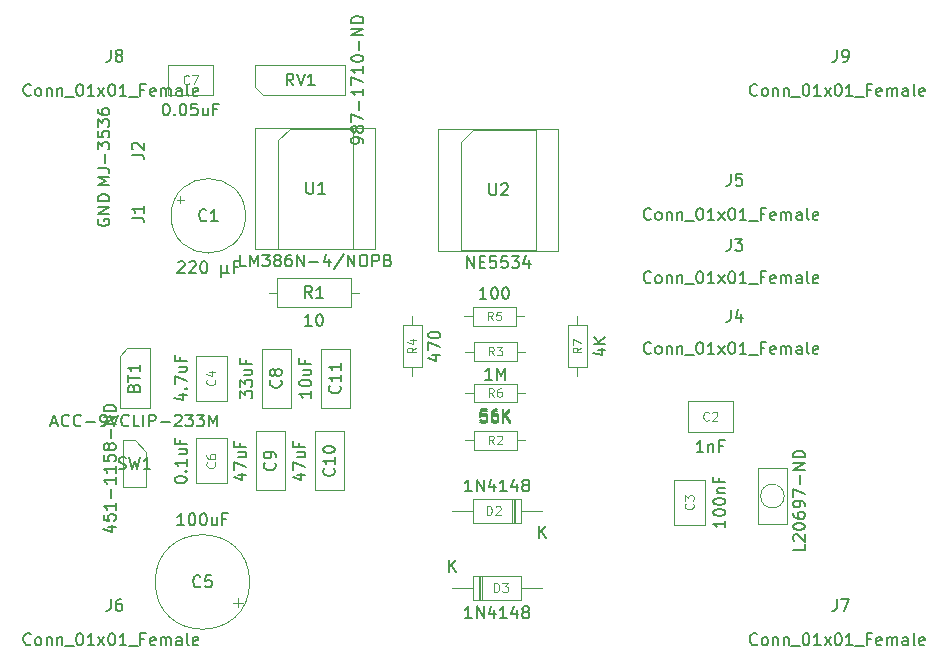
<source format=gbr>
%TF.GenerationSoftware,KiCad,Pcbnew,5.1.10*%
%TF.CreationDate,2021-07-22T01:23:26+02:00*%
%TF.ProjectId,9v-preamp,39762d70-7265-4616-9d70-2e6b69636164,rev?*%
%TF.SameCoordinates,Original*%
%TF.FileFunction,Other,Fab,Top*%
%FSLAX46Y46*%
G04 Gerber Fmt 4.6, Leading zero omitted, Abs format (unit mm)*
G04 Created by KiCad (PCBNEW 5.1.10) date 2021-07-22 01:23:26*
%MOMM*%
%LPD*%
G01*
G04 APERTURE LIST*
%ADD10C,0.100000*%
%ADD11C,0.150000*%
%ADD12C,0.114000*%
%ADD13C,0.120000*%
%ADD14C,0.108000*%
G04 APERTURE END LIST*
D10*
%TO.C,R1*%
X66500000Y-109000000D02*
X65840000Y-109000000D01*
X58880000Y-109000000D02*
X59540000Y-109000000D01*
X65840000Y-107750000D02*
X59540000Y-107750000D01*
X65840000Y-110250000D02*
X65840000Y-107750000D01*
X59540000Y-110250000D02*
X65840000Y-110250000D01*
X59540000Y-107750000D02*
X59540000Y-110250000D01*
%TO.C,C7*%
X54150000Y-89700000D02*
X50350000Y-89700000D01*
X54150000Y-92300000D02*
X54150000Y-89700000D01*
X50350000Y-92300000D02*
X54150000Y-92300000D01*
X50350000Y-89700000D02*
X50350000Y-92300000D01*
%TO.C,BT1*%
X46865000Y-113730000D02*
X48770000Y-113730000D01*
X48770000Y-113730000D02*
X48770000Y-118810000D01*
X48770000Y-118810000D02*
X46230000Y-118810000D01*
X46230000Y-118810000D02*
X46230000Y-114365000D01*
X46230000Y-114365000D02*
X46865000Y-113730000D01*
%TO.C,C4*%
X55300000Y-118150000D02*
X55300000Y-114350000D01*
X52700000Y-118150000D02*
X55300000Y-118150000D01*
X52700000Y-114350000D02*
X52700000Y-118150000D01*
X55300000Y-114350000D02*
X52700000Y-114350000D01*
%TO.C,C2*%
X98150000Y-118200000D02*
X94350000Y-118200000D01*
X98150000Y-120800000D02*
X98150000Y-118200000D01*
X94350000Y-120800000D02*
X98150000Y-120800000D01*
X94350000Y-118200000D02*
X94350000Y-120800000D01*
%TO.C,C3*%
X93200000Y-128650000D02*
X95800000Y-128650000D01*
X95800000Y-128650000D02*
X95800000Y-124850000D01*
X95800000Y-124850000D02*
X93200000Y-124850000D01*
X93200000Y-124850000D02*
X93200000Y-128650000D01*
%TO.C,SW1*%
X48500000Y-122500000D02*
X48500000Y-125500000D01*
X48500000Y-125500000D02*
X46500000Y-125500000D01*
X46500000Y-125500000D02*
X46500000Y-121500000D01*
X46500000Y-121500000D02*
X47500000Y-121500000D01*
X47500000Y-121500000D02*
X48500000Y-122500000D01*
%TO.C,RV1*%
X57730000Y-91635000D02*
X57730000Y-89730000D01*
X57730000Y-89730000D02*
X65350000Y-89730000D01*
X65350000Y-89730000D02*
X65350000Y-92270000D01*
X65350000Y-92270000D02*
X58365000Y-92270000D01*
X58365000Y-92270000D02*
X57730000Y-91635000D01*
%TO.C,D1*%
X100250000Y-123830000D02*
X100250000Y-128630000D01*
X102750000Y-123830000D02*
X100250000Y-123830000D01*
X102750000Y-128630000D02*
X102750000Y-123830000D01*
X100250000Y-128630000D02*
X102750000Y-128630000D01*
X102500000Y-126230000D02*
G75*
G03*
X102500000Y-126230000I-1000000J0D01*
G01*
%TO.C,C6*%
X55300000Y-121350000D02*
X52700000Y-121350000D01*
X52700000Y-121350000D02*
X52700000Y-125150000D01*
X52700000Y-125150000D02*
X55300000Y-125150000D01*
X55300000Y-125150000D02*
X55300000Y-121350000D01*
%TO.C,C1*%
X56900000Y-102500000D02*
G75*
G03*
X56900000Y-102500000I-3150000J0D01*
G01*
X51056028Y-101126500D02*
X51686028Y-101126500D01*
X51371028Y-100811500D02*
X51371028Y-101441500D01*
%TO.C,C5*%
X56276759Y-135647500D02*
X56276759Y-134847500D01*
X56676759Y-135247500D02*
X55876759Y-135247500D01*
X57250000Y-133500000D02*
G75*
G03*
X57250000Y-133500000I-4000000J0D01*
G01*
%TO.C,C8*%
X60750000Y-113750000D02*
X58250000Y-113750000D01*
X58250000Y-113750000D02*
X58250000Y-118750000D01*
X58250000Y-118750000D02*
X60750000Y-118750000D01*
X60750000Y-118750000D02*
X60750000Y-113750000D01*
%TO.C,C9*%
X60250000Y-125750000D02*
X60250000Y-120750000D01*
X57750000Y-125750000D02*
X60250000Y-125750000D01*
X57750000Y-120750000D02*
X57750000Y-125750000D01*
X60250000Y-120750000D02*
X57750000Y-120750000D01*
%TO.C,C10*%
X65250000Y-125750000D02*
X65250000Y-120750000D01*
X62750000Y-125750000D02*
X65250000Y-125750000D01*
X62750000Y-120750000D02*
X62750000Y-125750000D01*
X65250000Y-120750000D02*
X62750000Y-120750000D01*
%TO.C,C11*%
X65750000Y-113750000D02*
X63250000Y-113750000D01*
X63250000Y-113750000D02*
X63250000Y-118750000D01*
X63250000Y-118750000D02*
X65750000Y-118750000D01*
X65750000Y-118750000D02*
X65750000Y-113750000D01*
%TO.C,D2*%
X79690000Y-128500000D02*
X79690000Y-126500000D01*
X79490000Y-128500000D02*
X79490000Y-126500000D01*
X79590000Y-128500000D02*
X79590000Y-126500000D01*
X74380000Y-127500000D02*
X76190000Y-127500000D01*
X82000000Y-127500000D02*
X80190000Y-127500000D01*
X76190000Y-128500000D02*
X80190000Y-128500000D01*
X76190000Y-126500000D02*
X76190000Y-128500000D01*
X80190000Y-126500000D02*
X76190000Y-126500000D01*
X80190000Y-128500000D02*
X80190000Y-126500000D01*
%TO.C,D3*%
X76190000Y-133000000D02*
X76190000Y-135000000D01*
X76190000Y-135000000D02*
X80190000Y-135000000D01*
X80190000Y-135000000D02*
X80190000Y-133000000D01*
X80190000Y-133000000D02*
X76190000Y-133000000D01*
X74380000Y-134000000D02*
X76190000Y-134000000D01*
X82000000Y-134000000D02*
X80190000Y-134000000D01*
X76790000Y-133000000D02*
X76790000Y-135000000D01*
X76890000Y-133000000D02*
X76890000Y-135000000D01*
X76690000Y-133000000D02*
X76690000Y-135000000D01*
%TO.C,R2*%
X79840000Y-122300000D02*
X79840000Y-120700000D01*
X79840000Y-120700000D02*
X76240000Y-120700000D01*
X76240000Y-120700000D02*
X76240000Y-122300000D01*
X76240000Y-122300000D02*
X79840000Y-122300000D01*
X80580000Y-121500000D02*
X79840000Y-121500000D01*
X75500000Y-121500000D02*
X76240000Y-121500000D01*
%TO.C,R3*%
X80580000Y-114000000D02*
X79840000Y-114000000D01*
X75500000Y-114000000D02*
X76240000Y-114000000D01*
X79840000Y-113200000D02*
X76240000Y-113200000D01*
X79840000Y-114800000D02*
X79840000Y-113200000D01*
X76240000Y-114800000D02*
X79840000Y-114800000D01*
X76240000Y-113200000D02*
X76240000Y-114800000D01*
%TO.C,R4*%
X71000000Y-111000000D02*
X71000000Y-111740000D01*
X71000000Y-116080000D02*
X71000000Y-115340000D01*
X70200000Y-111740000D02*
X70200000Y-115340000D01*
X71800000Y-111740000D02*
X70200000Y-111740000D01*
X71800000Y-115340000D02*
X71800000Y-111740000D01*
X70200000Y-115340000D02*
X71800000Y-115340000D01*
%TO.C,R5*%
X79760000Y-111800000D02*
X79760000Y-110200000D01*
X79760000Y-110200000D02*
X76160000Y-110200000D01*
X76160000Y-110200000D02*
X76160000Y-111800000D01*
X76160000Y-111800000D02*
X79760000Y-111800000D01*
X80500000Y-111000000D02*
X79760000Y-111000000D01*
X75420000Y-111000000D02*
X76160000Y-111000000D01*
%TO.C,R6*%
X80580000Y-117500000D02*
X79840000Y-117500000D01*
X75500000Y-117500000D02*
X76240000Y-117500000D01*
X79840000Y-116700000D02*
X76240000Y-116700000D01*
X79840000Y-118300000D02*
X79840000Y-116700000D01*
X76240000Y-118300000D02*
X79840000Y-118300000D01*
X76240000Y-116700000D02*
X76240000Y-118300000D01*
%TO.C,R7*%
X84200000Y-115340000D02*
X85800000Y-115340000D01*
X85800000Y-115340000D02*
X85800000Y-111740000D01*
X85800000Y-111740000D02*
X84200000Y-111740000D01*
X84200000Y-111740000D02*
X84200000Y-115340000D01*
X85000000Y-116080000D02*
X85000000Y-115340000D01*
X85000000Y-111000000D02*
X85000000Y-111740000D01*
%TO.C,U2*%
X76135000Y-95230000D02*
X81485000Y-95230000D01*
X81485000Y-95230000D02*
X81485000Y-105390000D01*
X81485000Y-105390000D02*
X75135000Y-105390000D01*
X75135000Y-105390000D02*
X75135000Y-96230000D01*
X75135000Y-96230000D02*
X76135000Y-95230000D01*
X73230000Y-95170000D02*
X73230000Y-105450000D01*
X73230000Y-105450000D02*
X83390000Y-105450000D01*
X83390000Y-105450000D02*
X83390000Y-95170000D01*
X83390000Y-95170000D02*
X73230000Y-95170000D01*
%TO.C,U1*%
X60635000Y-95110000D02*
X65985000Y-95110000D01*
X65985000Y-95110000D02*
X65985000Y-105270000D01*
X65985000Y-105270000D02*
X59635000Y-105270000D01*
X59635000Y-105270000D02*
X59635000Y-96110000D01*
X59635000Y-96110000D02*
X60635000Y-95110000D01*
X57730000Y-95050000D02*
X57730000Y-105330000D01*
X57730000Y-105330000D02*
X67890000Y-105330000D01*
X67890000Y-105330000D02*
X67890000Y-95050000D01*
X67890000Y-95050000D02*
X57730000Y-95050000D01*
%TD*%
%TO.C,J8*%
D11*
X38714285Y-92257142D02*
X38666666Y-92304761D01*
X38523809Y-92352380D01*
X38428571Y-92352380D01*
X38285714Y-92304761D01*
X38190476Y-92209523D01*
X38142857Y-92114285D01*
X38095238Y-91923809D01*
X38095238Y-91780952D01*
X38142857Y-91590476D01*
X38190476Y-91495238D01*
X38285714Y-91400000D01*
X38428571Y-91352380D01*
X38523809Y-91352380D01*
X38666666Y-91400000D01*
X38714285Y-91447619D01*
X39285714Y-92352380D02*
X39190476Y-92304761D01*
X39142857Y-92257142D01*
X39095238Y-92161904D01*
X39095238Y-91876190D01*
X39142857Y-91780952D01*
X39190476Y-91733333D01*
X39285714Y-91685714D01*
X39428571Y-91685714D01*
X39523809Y-91733333D01*
X39571428Y-91780952D01*
X39619047Y-91876190D01*
X39619047Y-92161904D01*
X39571428Y-92257142D01*
X39523809Y-92304761D01*
X39428571Y-92352380D01*
X39285714Y-92352380D01*
X40047619Y-91685714D02*
X40047619Y-92352380D01*
X40047619Y-91780952D02*
X40095238Y-91733333D01*
X40190476Y-91685714D01*
X40333333Y-91685714D01*
X40428571Y-91733333D01*
X40476190Y-91828571D01*
X40476190Y-92352380D01*
X40952380Y-91685714D02*
X40952380Y-92352380D01*
X40952380Y-91780952D02*
X41000000Y-91733333D01*
X41095238Y-91685714D01*
X41238095Y-91685714D01*
X41333333Y-91733333D01*
X41380952Y-91828571D01*
X41380952Y-92352380D01*
X41619047Y-92447619D02*
X42380952Y-92447619D01*
X42809523Y-91352380D02*
X42904761Y-91352380D01*
X43000000Y-91400000D01*
X43047619Y-91447619D01*
X43095238Y-91542857D01*
X43142857Y-91733333D01*
X43142857Y-91971428D01*
X43095238Y-92161904D01*
X43047619Y-92257142D01*
X43000000Y-92304761D01*
X42904761Y-92352380D01*
X42809523Y-92352380D01*
X42714285Y-92304761D01*
X42666666Y-92257142D01*
X42619047Y-92161904D01*
X42571428Y-91971428D01*
X42571428Y-91733333D01*
X42619047Y-91542857D01*
X42666666Y-91447619D01*
X42714285Y-91400000D01*
X42809523Y-91352380D01*
X44095238Y-92352380D02*
X43523809Y-92352380D01*
X43809523Y-92352380D02*
X43809523Y-91352380D01*
X43714285Y-91495238D01*
X43619047Y-91590476D01*
X43523809Y-91638095D01*
X44428571Y-92352380D02*
X44952380Y-91685714D01*
X44428571Y-91685714D02*
X44952380Y-92352380D01*
X45523809Y-91352380D02*
X45619047Y-91352380D01*
X45714285Y-91400000D01*
X45761904Y-91447619D01*
X45809523Y-91542857D01*
X45857142Y-91733333D01*
X45857142Y-91971428D01*
X45809523Y-92161904D01*
X45761904Y-92257142D01*
X45714285Y-92304761D01*
X45619047Y-92352380D01*
X45523809Y-92352380D01*
X45428571Y-92304761D01*
X45380952Y-92257142D01*
X45333333Y-92161904D01*
X45285714Y-91971428D01*
X45285714Y-91733333D01*
X45333333Y-91542857D01*
X45380952Y-91447619D01*
X45428571Y-91400000D01*
X45523809Y-91352380D01*
X46809523Y-92352380D02*
X46238095Y-92352380D01*
X46523809Y-92352380D02*
X46523809Y-91352380D01*
X46428571Y-91495238D01*
X46333333Y-91590476D01*
X46238095Y-91638095D01*
X47000000Y-92447619D02*
X47761904Y-92447619D01*
X48333333Y-91828571D02*
X48000000Y-91828571D01*
X48000000Y-92352380D02*
X48000000Y-91352380D01*
X48476190Y-91352380D01*
X49238095Y-92304761D02*
X49142857Y-92352380D01*
X48952380Y-92352380D01*
X48857142Y-92304761D01*
X48809523Y-92209523D01*
X48809523Y-91828571D01*
X48857142Y-91733333D01*
X48952380Y-91685714D01*
X49142857Y-91685714D01*
X49238095Y-91733333D01*
X49285714Y-91828571D01*
X49285714Y-91923809D01*
X48809523Y-92019047D01*
X49714285Y-92352380D02*
X49714285Y-91685714D01*
X49714285Y-91780952D02*
X49761904Y-91733333D01*
X49857142Y-91685714D01*
X50000000Y-91685714D01*
X50095238Y-91733333D01*
X50142857Y-91828571D01*
X50142857Y-92352380D01*
X50142857Y-91828571D02*
X50190476Y-91733333D01*
X50285714Y-91685714D01*
X50428571Y-91685714D01*
X50523809Y-91733333D01*
X50571428Y-91828571D01*
X50571428Y-92352380D01*
X51476190Y-92352380D02*
X51476190Y-91828571D01*
X51428571Y-91733333D01*
X51333333Y-91685714D01*
X51142857Y-91685714D01*
X51047619Y-91733333D01*
X51476190Y-92304761D02*
X51380952Y-92352380D01*
X51142857Y-92352380D01*
X51047619Y-92304761D01*
X51000000Y-92209523D01*
X51000000Y-92114285D01*
X51047619Y-92019047D01*
X51142857Y-91971428D01*
X51380952Y-91971428D01*
X51476190Y-91923809D01*
X52095238Y-92352380D02*
X52000000Y-92304761D01*
X51952380Y-92209523D01*
X51952380Y-91352380D01*
X52857142Y-92304761D02*
X52761904Y-92352380D01*
X52571428Y-92352380D01*
X52476190Y-92304761D01*
X52428571Y-92209523D01*
X52428571Y-91828571D01*
X52476190Y-91733333D01*
X52571428Y-91685714D01*
X52761904Y-91685714D01*
X52857142Y-91733333D01*
X52904761Y-91828571D01*
X52904761Y-91923809D01*
X52428571Y-92019047D01*
X45466666Y-88452380D02*
X45466666Y-89166666D01*
X45419047Y-89309523D01*
X45323809Y-89404761D01*
X45180952Y-89452380D01*
X45085714Y-89452380D01*
X46085714Y-88880952D02*
X45990476Y-88833333D01*
X45942857Y-88785714D01*
X45895238Y-88690476D01*
X45895238Y-88642857D01*
X45942857Y-88547619D01*
X45990476Y-88500000D01*
X46085714Y-88452380D01*
X46276190Y-88452380D01*
X46371428Y-88500000D01*
X46419047Y-88547619D01*
X46466666Y-88642857D01*
X46466666Y-88690476D01*
X46419047Y-88785714D01*
X46371428Y-88833333D01*
X46276190Y-88880952D01*
X46085714Y-88880952D01*
X45990476Y-88928571D01*
X45942857Y-88976190D01*
X45895238Y-89071428D01*
X45895238Y-89261904D01*
X45942857Y-89357142D01*
X45990476Y-89404761D01*
X46085714Y-89452380D01*
X46276190Y-89452380D01*
X46371428Y-89404761D01*
X46419047Y-89357142D01*
X46466666Y-89261904D01*
X46466666Y-89071428D01*
X46419047Y-88976190D01*
X46371428Y-88928571D01*
X46276190Y-88880952D01*
%TO.C,J9*%
X100214285Y-92257142D02*
X100166666Y-92304761D01*
X100023809Y-92352380D01*
X99928571Y-92352380D01*
X99785714Y-92304761D01*
X99690476Y-92209523D01*
X99642857Y-92114285D01*
X99595238Y-91923809D01*
X99595238Y-91780952D01*
X99642857Y-91590476D01*
X99690476Y-91495238D01*
X99785714Y-91400000D01*
X99928571Y-91352380D01*
X100023809Y-91352380D01*
X100166666Y-91400000D01*
X100214285Y-91447619D01*
X100785714Y-92352380D02*
X100690476Y-92304761D01*
X100642857Y-92257142D01*
X100595238Y-92161904D01*
X100595238Y-91876190D01*
X100642857Y-91780952D01*
X100690476Y-91733333D01*
X100785714Y-91685714D01*
X100928571Y-91685714D01*
X101023809Y-91733333D01*
X101071428Y-91780952D01*
X101119047Y-91876190D01*
X101119047Y-92161904D01*
X101071428Y-92257142D01*
X101023809Y-92304761D01*
X100928571Y-92352380D01*
X100785714Y-92352380D01*
X101547619Y-91685714D02*
X101547619Y-92352380D01*
X101547619Y-91780952D02*
X101595238Y-91733333D01*
X101690476Y-91685714D01*
X101833333Y-91685714D01*
X101928571Y-91733333D01*
X101976190Y-91828571D01*
X101976190Y-92352380D01*
X102452380Y-91685714D02*
X102452380Y-92352380D01*
X102452380Y-91780952D02*
X102500000Y-91733333D01*
X102595238Y-91685714D01*
X102738095Y-91685714D01*
X102833333Y-91733333D01*
X102880952Y-91828571D01*
X102880952Y-92352380D01*
X103119047Y-92447619D02*
X103880952Y-92447619D01*
X104309523Y-91352380D02*
X104404761Y-91352380D01*
X104500000Y-91400000D01*
X104547619Y-91447619D01*
X104595238Y-91542857D01*
X104642857Y-91733333D01*
X104642857Y-91971428D01*
X104595238Y-92161904D01*
X104547619Y-92257142D01*
X104500000Y-92304761D01*
X104404761Y-92352380D01*
X104309523Y-92352380D01*
X104214285Y-92304761D01*
X104166666Y-92257142D01*
X104119047Y-92161904D01*
X104071428Y-91971428D01*
X104071428Y-91733333D01*
X104119047Y-91542857D01*
X104166666Y-91447619D01*
X104214285Y-91400000D01*
X104309523Y-91352380D01*
X105595238Y-92352380D02*
X105023809Y-92352380D01*
X105309523Y-92352380D02*
X105309523Y-91352380D01*
X105214285Y-91495238D01*
X105119047Y-91590476D01*
X105023809Y-91638095D01*
X105928571Y-92352380D02*
X106452380Y-91685714D01*
X105928571Y-91685714D02*
X106452380Y-92352380D01*
X107023809Y-91352380D02*
X107119047Y-91352380D01*
X107214285Y-91400000D01*
X107261904Y-91447619D01*
X107309523Y-91542857D01*
X107357142Y-91733333D01*
X107357142Y-91971428D01*
X107309523Y-92161904D01*
X107261904Y-92257142D01*
X107214285Y-92304761D01*
X107119047Y-92352380D01*
X107023809Y-92352380D01*
X106928571Y-92304761D01*
X106880952Y-92257142D01*
X106833333Y-92161904D01*
X106785714Y-91971428D01*
X106785714Y-91733333D01*
X106833333Y-91542857D01*
X106880952Y-91447619D01*
X106928571Y-91400000D01*
X107023809Y-91352380D01*
X108309523Y-92352380D02*
X107738095Y-92352380D01*
X108023809Y-92352380D02*
X108023809Y-91352380D01*
X107928571Y-91495238D01*
X107833333Y-91590476D01*
X107738095Y-91638095D01*
X108500000Y-92447619D02*
X109261904Y-92447619D01*
X109833333Y-91828571D02*
X109500000Y-91828571D01*
X109500000Y-92352380D02*
X109500000Y-91352380D01*
X109976190Y-91352380D01*
X110738095Y-92304761D02*
X110642857Y-92352380D01*
X110452380Y-92352380D01*
X110357142Y-92304761D01*
X110309523Y-92209523D01*
X110309523Y-91828571D01*
X110357142Y-91733333D01*
X110452380Y-91685714D01*
X110642857Y-91685714D01*
X110738095Y-91733333D01*
X110785714Y-91828571D01*
X110785714Y-91923809D01*
X110309523Y-92019047D01*
X111214285Y-92352380D02*
X111214285Y-91685714D01*
X111214285Y-91780952D02*
X111261904Y-91733333D01*
X111357142Y-91685714D01*
X111500000Y-91685714D01*
X111595238Y-91733333D01*
X111642857Y-91828571D01*
X111642857Y-92352380D01*
X111642857Y-91828571D02*
X111690476Y-91733333D01*
X111785714Y-91685714D01*
X111928571Y-91685714D01*
X112023809Y-91733333D01*
X112071428Y-91828571D01*
X112071428Y-92352380D01*
X112976190Y-92352380D02*
X112976190Y-91828571D01*
X112928571Y-91733333D01*
X112833333Y-91685714D01*
X112642857Y-91685714D01*
X112547619Y-91733333D01*
X112976190Y-92304761D02*
X112880952Y-92352380D01*
X112642857Y-92352380D01*
X112547619Y-92304761D01*
X112500000Y-92209523D01*
X112500000Y-92114285D01*
X112547619Y-92019047D01*
X112642857Y-91971428D01*
X112880952Y-91971428D01*
X112976190Y-91923809D01*
X113595238Y-92352380D02*
X113500000Y-92304761D01*
X113452380Y-92209523D01*
X113452380Y-91352380D01*
X114357142Y-92304761D02*
X114261904Y-92352380D01*
X114071428Y-92352380D01*
X113976190Y-92304761D01*
X113928571Y-92209523D01*
X113928571Y-91828571D01*
X113976190Y-91733333D01*
X114071428Y-91685714D01*
X114261904Y-91685714D01*
X114357142Y-91733333D01*
X114404761Y-91828571D01*
X114404761Y-91923809D01*
X113928571Y-92019047D01*
X106966666Y-88452380D02*
X106966666Y-89166666D01*
X106919047Y-89309523D01*
X106823809Y-89404761D01*
X106680952Y-89452380D01*
X106585714Y-89452380D01*
X107490476Y-89452380D02*
X107680952Y-89452380D01*
X107776190Y-89404761D01*
X107823809Y-89357142D01*
X107919047Y-89214285D01*
X107966666Y-89023809D01*
X107966666Y-88642857D01*
X107919047Y-88547619D01*
X107871428Y-88500000D01*
X107776190Y-88452380D01*
X107585714Y-88452380D01*
X107490476Y-88500000D01*
X107442857Y-88547619D01*
X107395238Y-88642857D01*
X107395238Y-88880952D01*
X107442857Y-88976190D01*
X107490476Y-89023809D01*
X107585714Y-89071428D01*
X107776190Y-89071428D01*
X107871428Y-89023809D01*
X107919047Y-88976190D01*
X107966666Y-88880952D01*
%TO.C,J7*%
X100214285Y-138757142D02*
X100166666Y-138804761D01*
X100023809Y-138852380D01*
X99928571Y-138852380D01*
X99785714Y-138804761D01*
X99690476Y-138709523D01*
X99642857Y-138614285D01*
X99595238Y-138423809D01*
X99595238Y-138280952D01*
X99642857Y-138090476D01*
X99690476Y-137995238D01*
X99785714Y-137900000D01*
X99928571Y-137852380D01*
X100023809Y-137852380D01*
X100166666Y-137900000D01*
X100214285Y-137947619D01*
X100785714Y-138852380D02*
X100690476Y-138804761D01*
X100642857Y-138757142D01*
X100595238Y-138661904D01*
X100595238Y-138376190D01*
X100642857Y-138280952D01*
X100690476Y-138233333D01*
X100785714Y-138185714D01*
X100928571Y-138185714D01*
X101023809Y-138233333D01*
X101071428Y-138280952D01*
X101119047Y-138376190D01*
X101119047Y-138661904D01*
X101071428Y-138757142D01*
X101023809Y-138804761D01*
X100928571Y-138852380D01*
X100785714Y-138852380D01*
X101547619Y-138185714D02*
X101547619Y-138852380D01*
X101547619Y-138280952D02*
X101595238Y-138233333D01*
X101690476Y-138185714D01*
X101833333Y-138185714D01*
X101928571Y-138233333D01*
X101976190Y-138328571D01*
X101976190Y-138852380D01*
X102452380Y-138185714D02*
X102452380Y-138852380D01*
X102452380Y-138280952D02*
X102500000Y-138233333D01*
X102595238Y-138185714D01*
X102738095Y-138185714D01*
X102833333Y-138233333D01*
X102880952Y-138328571D01*
X102880952Y-138852380D01*
X103119047Y-138947619D02*
X103880952Y-138947619D01*
X104309523Y-137852380D02*
X104404761Y-137852380D01*
X104500000Y-137900000D01*
X104547619Y-137947619D01*
X104595238Y-138042857D01*
X104642857Y-138233333D01*
X104642857Y-138471428D01*
X104595238Y-138661904D01*
X104547619Y-138757142D01*
X104500000Y-138804761D01*
X104404761Y-138852380D01*
X104309523Y-138852380D01*
X104214285Y-138804761D01*
X104166666Y-138757142D01*
X104119047Y-138661904D01*
X104071428Y-138471428D01*
X104071428Y-138233333D01*
X104119047Y-138042857D01*
X104166666Y-137947619D01*
X104214285Y-137900000D01*
X104309523Y-137852380D01*
X105595238Y-138852380D02*
X105023809Y-138852380D01*
X105309523Y-138852380D02*
X105309523Y-137852380D01*
X105214285Y-137995238D01*
X105119047Y-138090476D01*
X105023809Y-138138095D01*
X105928571Y-138852380D02*
X106452380Y-138185714D01*
X105928571Y-138185714D02*
X106452380Y-138852380D01*
X107023809Y-137852380D02*
X107119047Y-137852380D01*
X107214285Y-137900000D01*
X107261904Y-137947619D01*
X107309523Y-138042857D01*
X107357142Y-138233333D01*
X107357142Y-138471428D01*
X107309523Y-138661904D01*
X107261904Y-138757142D01*
X107214285Y-138804761D01*
X107119047Y-138852380D01*
X107023809Y-138852380D01*
X106928571Y-138804761D01*
X106880952Y-138757142D01*
X106833333Y-138661904D01*
X106785714Y-138471428D01*
X106785714Y-138233333D01*
X106833333Y-138042857D01*
X106880952Y-137947619D01*
X106928571Y-137900000D01*
X107023809Y-137852380D01*
X108309523Y-138852380D02*
X107738095Y-138852380D01*
X108023809Y-138852380D02*
X108023809Y-137852380D01*
X107928571Y-137995238D01*
X107833333Y-138090476D01*
X107738095Y-138138095D01*
X108500000Y-138947619D02*
X109261904Y-138947619D01*
X109833333Y-138328571D02*
X109500000Y-138328571D01*
X109500000Y-138852380D02*
X109500000Y-137852380D01*
X109976190Y-137852380D01*
X110738095Y-138804761D02*
X110642857Y-138852380D01*
X110452380Y-138852380D01*
X110357142Y-138804761D01*
X110309523Y-138709523D01*
X110309523Y-138328571D01*
X110357142Y-138233333D01*
X110452380Y-138185714D01*
X110642857Y-138185714D01*
X110738095Y-138233333D01*
X110785714Y-138328571D01*
X110785714Y-138423809D01*
X110309523Y-138519047D01*
X111214285Y-138852380D02*
X111214285Y-138185714D01*
X111214285Y-138280952D02*
X111261904Y-138233333D01*
X111357142Y-138185714D01*
X111500000Y-138185714D01*
X111595238Y-138233333D01*
X111642857Y-138328571D01*
X111642857Y-138852380D01*
X111642857Y-138328571D02*
X111690476Y-138233333D01*
X111785714Y-138185714D01*
X111928571Y-138185714D01*
X112023809Y-138233333D01*
X112071428Y-138328571D01*
X112071428Y-138852380D01*
X112976190Y-138852380D02*
X112976190Y-138328571D01*
X112928571Y-138233333D01*
X112833333Y-138185714D01*
X112642857Y-138185714D01*
X112547619Y-138233333D01*
X112976190Y-138804761D02*
X112880952Y-138852380D01*
X112642857Y-138852380D01*
X112547619Y-138804761D01*
X112500000Y-138709523D01*
X112500000Y-138614285D01*
X112547619Y-138519047D01*
X112642857Y-138471428D01*
X112880952Y-138471428D01*
X112976190Y-138423809D01*
X113595238Y-138852380D02*
X113500000Y-138804761D01*
X113452380Y-138709523D01*
X113452380Y-137852380D01*
X114357142Y-138804761D02*
X114261904Y-138852380D01*
X114071428Y-138852380D01*
X113976190Y-138804761D01*
X113928571Y-138709523D01*
X113928571Y-138328571D01*
X113976190Y-138233333D01*
X114071428Y-138185714D01*
X114261904Y-138185714D01*
X114357142Y-138233333D01*
X114404761Y-138328571D01*
X114404761Y-138423809D01*
X113928571Y-138519047D01*
X106966666Y-134952380D02*
X106966666Y-135666666D01*
X106919047Y-135809523D01*
X106823809Y-135904761D01*
X106680952Y-135952380D01*
X106585714Y-135952380D01*
X107347619Y-134952380D02*
X108014285Y-134952380D01*
X107585714Y-135952380D01*
%TO.C,J6*%
X38714285Y-138757142D02*
X38666666Y-138804761D01*
X38523809Y-138852380D01*
X38428571Y-138852380D01*
X38285714Y-138804761D01*
X38190476Y-138709523D01*
X38142857Y-138614285D01*
X38095238Y-138423809D01*
X38095238Y-138280952D01*
X38142857Y-138090476D01*
X38190476Y-137995238D01*
X38285714Y-137900000D01*
X38428571Y-137852380D01*
X38523809Y-137852380D01*
X38666666Y-137900000D01*
X38714285Y-137947619D01*
X39285714Y-138852380D02*
X39190476Y-138804761D01*
X39142857Y-138757142D01*
X39095238Y-138661904D01*
X39095238Y-138376190D01*
X39142857Y-138280952D01*
X39190476Y-138233333D01*
X39285714Y-138185714D01*
X39428571Y-138185714D01*
X39523809Y-138233333D01*
X39571428Y-138280952D01*
X39619047Y-138376190D01*
X39619047Y-138661904D01*
X39571428Y-138757142D01*
X39523809Y-138804761D01*
X39428571Y-138852380D01*
X39285714Y-138852380D01*
X40047619Y-138185714D02*
X40047619Y-138852380D01*
X40047619Y-138280952D02*
X40095238Y-138233333D01*
X40190476Y-138185714D01*
X40333333Y-138185714D01*
X40428571Y-138233333D01*
X40476190Y-138328571D01*
X40476190Y-138852380D01*
X40952380Y-138185714D02*
X40952380Y-138852380D01*
X40952380Y-138280952D02*
X41000000Y-138233333D01*
X41095238Y-138185714D01*
X41238095Y-138185714D01*
X41333333Y-138233333D01*
X41380952Y-138328571D01*
X41380952Y-138852380D01*
X41619047Y-138947619D02*
X42380952Y-138947619D01*
X42809523Y-137852380D02*
X42904761Y-137852380D01*
X43000000Y-137900000D01*
X43047619Y-137947619D01*
X43095238Y-138042857D01*
X43142857Y-138233333D01*
X43142857Y-138471428D01*
X43095238Y-138661904D01*
X43047619Y-138757142D01*
X43000000Y-138804761D01*
X42904761Y-138852380D01*
X42809523Y-138852380D01*
X42714285Y-138804761D01*
X42666666Y-138757142D01*
X42619047Y-138661904D01*
X42571428Y-138471428D01*
X42571428Y-138233333D01*
X42619047Y-138042857D01*
X42666666Y-137947619D01*
X42714285Y-137900000D01*
X42809523Y-137852380D01*
X44095238Y-138852380D02*
X43523809Y-138852380D01*
X43809523Y-138852380D02*
X43809523Y-137852380D01*
X43714285Y-137995238D01*
X43619047Y-138090476D01*
X43523809Y-138138095D01*
X44428571Y-138852380D02*
X44952380Y-138185714D01*
X44428571Y-138185714D02*
X44952380Y-138852380D01*
X45523809Y-137852380D02*
X45619047Y-137852380D01*
X45714285Y-137900000D01*
X45761904Y-137947619D01*
X45809523Y-138042857D01*
X45857142Y-138233333D01*
X45857142Y-138471428D01*
X45809523Y-138661904D01*
X45761904Y-138757142D01*
X45714285Y-138804761D01*
X45619047Y-138852380D01*
X45523809Y-138852380D01*
X45428571Y-138804761D01*
X45380952Y-138757142D01*
X45333333Y-138661904D01*
X45285714Y-138471428D01*
X45285714Y-138233333D01*
X45333333Y-138042857D01*
X45380952Y-137947619D01*
X45428571Y-137900000D01*
X45523809Y-137852380D01*
X46809523Y-138852380D02*
X46238095Y-138852380D01*
X46523809Y-138852380D02*
X46523809Y-137852380D01*
X46428571Y-137995238D01*
X46333333Y-138090476D01*
X46238095Y-138138095D01*
X47000000Y-138947619D02*
X47761904Y-138947619D01*
X48333333Y-138328571D02*
X48000000Y-138328571D01*
X48000000Y-138852380D02*
X48000000Y-137852380D01*
X48476190Y-137852380D01*
X49238095Y-138804761D02*
X49142857Y-138852380D01*
X48952380Y-138852380D01*
X48857142Y-138804761D01*
X48809523Y-138709523D01*
X48809523Y-138328571D01*
X48857142Y-138233333D01*
X48952380Y-138185714D01*
X49142857Y-138185714D01*
X49238095Y-138233333D01*
X49285714Y-138328571D01*
X49285714Y-138423809D01*
X48809523Y-138519047D01*
X49714285Y-138852380D02*
X49714285Y-138185714D01*
X49714285Y-138280952D02*
X49761904Y-138233333D01*
X49857142Y-138185714D01*
X50000000Y-138185714D01*
X50095238Y-138233333D01*
X50142857Y-138328571D01*
X50142857Y-138852380D01*
X50142857Y-138328571D02*
X50190476Y-138233333D01*
X50285714Y-138185714D01*
X50428571Y-138185714D01*
X50523809Y-138233333D01*
X50571428Y-138328571D01*
X50571428Y-138852380D01*
X51476190Y-138852380D02*
X51476190Y-138328571D01*
X51428571Y-138233333D01*
X51333333Y-138185714D01*
X51142857Y-138185714D01*
X51047619Y-138233333D01*
X51476190Y-138804761D02*
X51380952Y-138852380D01*
X51142857Y-138852380D01*
X51047619Y-138804761D01*
X51000000Y-138709523D01*
X51000000Y-138614285D01*
X51047619Y-138519047D01*
X51142857Y-138471428D01*
X51380952Y-138471428D01*
X51476190Y-138423809D01*
X52095238Y-138852380D02*
X52000000Y-138804761D01*
X51952380Y-138709523D01*
X51952380Y-137852380D01*
X52857142Y-138804761D02*
X52761904Y-138852380D01*
X52571428Y-138852380D01*
X52476190Y-138804761D01*
X52428571Y-138709523D01*
X52428571Y-138328571D01*
X52476190Y-138233333D01*
X52571428Y-138185714D01*
X52761904Y-138185714D01*
X52857142Y-138233333D01*
X52904761Y-138328571D01*
X52904761Y-138423809D01*
X52428571Y-138519047D01*
X45466666Y-134952380D02*
X45466666Y-135666666D01*
X45419047Y-135809523D01*
X45323809Y-135904761D01*
X45180952Y-135952380D01*
X45085714Y-135952380D01*
X46371428Y-134952380D02*
X46180952Y-134952380D01*
X46085714Y-135000000D01*
X46038095Y-135047619D01*
X45942857Y-135190476D01*
X45895238Y-135380952D01*
X45895238Y-135761904D01*
X45942857Y-135857142D01*
X45990476Y-135904761D01*
X46085714Y-135952380D01*
X46276190Y-135952380D01*
X46371428Y-135904761D01*
X46419047Y-135857142D01*
X46466666Y-135761904D01*
X46466666Y-135523809D01*
X46419047Y-135428571D01*
X46371428Y-135380952D01*
X46276190Y-135333333D01*
X46085714Y-135333333D01*
X45990476Y-135380952D01*
X45942857Y-135428571D01*
X45895238Y-135523809D01*
%TO.C,R1*%
X62499523Y-111822380D02*
X61928095Y-111822380D01*
X62213809Y-111822380D02*
X62213809Y-110822380D01*
X62118571Y-110965238D01*
X62023333Y-111060476D01*
X61928095Y-111108095D01*
X63118571Y-110822380D02*
X63213809Y-110822380D01*
X63309047Y-110870000D01*
X63356666Y-110917619D01*
X63404285Y-111012857D01*
X63451904Y-111203333D01*
X63451904Y-111441428D01*
X63404285Y-111631904D01*
X63356666Y-111727142D01*
X63309047Y-111774761D01*
X63213809Y-111822380D01*
X63118571Y-111822380D01*
X63023333Y-111774761D01*
X62975714Y-111727142D01*
X62928095Y-111631904D01*
X62880476Y-111441428D01*
X62880476Y-111203333D01*
X62928095Y-111012857D01*
X62975714Y-110917619D01*
X63023333Y-110870000D01*
X63118571Y-110822380D01*
X62523333Y-109452380D02*
X62190000Y-108976190D01*
X61951904Y-109452380D02*
X61951904Y-108452380D01*
X62332857Y-108452380D01*
X62428095Y-108500000D01*
X62475714Y-108547619D01*
X62523333Y-108642857D01*
X62523333Y-108785714D01*
X62475714Y-108880952D01*
X62428095Y-108928571D01*
X62332857Y-108976190D01*
X61951904Y-108976190D01*
X63475714Y-109452380D02*
X62904285Y-109452380D01*
X63190000Y-109452380D02*
X63190000Y-108452380D01*
X63094761Y-108595238D01*
X62999523Y-108690476D01*
X62904285Y-108738095D01*
%TO.C,C7*%
X50130952Y-93002380D02*
X50226190Y-93002380D01*
X50321428Y-93050000D01*
X50369047Y-93097619D01*
X50416666Y-93192857D01*
X50464285Y-93383333D01*
X50464285Y-93621428D01*
X50416666Y-93811904D01*
X50369047Y-93907142D01*
X50321428Y-93954761D01*
X50226190Y-94002380D01*
X50130952Y-94002380D01*
X50035714Y-93954761D01*
X49988095Y-93907142D01*
X49940476Y-93811904D01*
X49892857Y-93621428D01*
X49892857Y-93383333D01*
X49940476Y-93192857D01*
X49988095Y-93097619D01*
X50035714Y-93050000D01*
X50130952Y-93002380D01*
X50892857Y-93907142D02*
X50940476Y-93954761D01*
X50892857Y-94002380D01*
X50845238Y-93954761D01*
X50892857Y-93907142D01*
X50892857Y-94002380D01*
X51559523Y-93002380D02*
X51654761Y-93002380D01*
X51750000Y-93050000D01*
X51797619Y-93097619D01*
X51845238Y-93192857D01*
X51892857Y-93383333D01*
X51892857Y-93621428D01*
X51845238Y-93811904D01*
X51797619Y-93907142D01*
X51750000Y-93954761D01*
X51654761Y-94002380D01*
X51559523Y-94002380D01*
X51464285Y-93954761D01*
X51416666Y-93907142D01*
X51369047Y-93811904D01*
X51321428Y-93621428D01*
X51321428Y-93383333D01*
X51369047Y-93192857D01*
X51416666Y-93097619D01*
X51464285Y-93050000D01*
X51559523Y-93002380D01*
X52797619Y-93002380D02*
X52321428Y-93002380D01*
X52273809Y-93478571D01*
X52321428Y-93430952D01*
X52416666Y-93383333D01*
X52654761Y-93383333D01*
X52750000Y-93430952D01*
X52797619Y-93478571D01*
X52845238Y-93573809D01*
X52845238Y-93811904D01*
X52797619Y-93907142D01*
X52750000Y-93954761D01*
X52654761Y-94002380D01*
X52416666Y-94002380D01*
X52321428Y-93954761D01*
X52273809Y-93907142D01*
X53702380Y-93335714D02*
X53702380Y-94002380D01*
X53273809Y-93335714D02*
X53273809Y-93859523D01*
X53321428Y-93954761D01*
X53416666Y-94002380D01*
X53559523Y-94002380D01*
X53654761Y-93954761D01*
X53702380Y-93907142D01*
X54511904Y-93478571D02*
X54178571Y-93478571D01*
X54178571Y-94002380D02*
X54178571Y-93002380D01*
X54654761Y-93002380D01*
D12*
X52123333Y-91271428D02*
X52087142Y-91307619D01*
X51978571Y-91343809D01*
X51906190Y-91343809D01*
X51797619Y-91307619D01*
X51725238Y-91235238D01*
X51689047Y-91162857D01*
X51652857Y-91018095D01*
X51652857Y-90909523D01*
X51689047Y-90764761D01*
X51725238Y-90692380D01*
X51797619Y-90620000D01*
X51906190Y-90583809D01*
X51978571Y-90583809D01*
X52087142Y-90620000D01*
X52123333Y-90656190D01*
X52376666Y-90583809D02*
X52883333Y-90583809D01*
X52557619Y-91343809D01*
%TO.C,BT1*%
D11*
X40476190Y-120036666D02*
X40952380Y-120036666D01*
X40380952Y-120322380D02*
X40714285Y-119322380D01*
X41047619Y-120322380D01*
X41952380Y-120227142D02*
X41904761Y-120274761D01*
X41761904Y-120322380D01*
X41666666Y-120322380D01*
X41523809Y-120274761D01*
X41428571Y-120179523D01*
X41380952Y-120084285D01*
X41333333Y-119893809D01*
X41333333Y-119750952D01*
X41380952Y-119560476D01*
X41428571Y-119465238D01*
X41523809Y-119370000D01*
X41666666Y-119322380D01*
X41761904Y-119322380D01*
X41904761Y-119370000D01*
X41952380Y-119417619D01*
X42952380Y-120227142D02*
X42904761Y-120274761D01*
X42761904Y-120322380D01*
X42666666Y-120322380D01*
X42523809Y-120274761D01*
X42428571Y-120179523D01*
X42380952Y-120084285D01*
X42333333Y-119893809D01*
X42333333Y-119750952D01*
X42380952Y-119560476D01*
X42428571Y-119465238D01*
X42523809Y-119370000D01*
X42666666Y-119322380D01*
X42761904Y-119322380D01*
X42904761Y-119370000D01*
X42952380Y-119417619D01*
X43380952Y-119941428D02*
X44142857Y-119941428D01*
X44666666Y-120322380D02*
X44857142Y-120322380D01*
X44952380Y-120274761D01*
X45000000Y-120227142D01*
X45095238Y-120084285D01*
X45142857Y-119893809D01*
X45142857Y-119512857D01*
X45095238Y-119417619D01*
X45047619Y-119370000D01*
X44952380Y-119322380D01*
X44761904Y-119322380D01*
X44666666Y-119370000D01*
X44619047Y-119417619D01*
X44571428Y-119512857D01*
X44571428Y-119750952D01*
X44619047Y-119846190D01*
X44666666Y-119893809D01*
X44761904Y-119941428D01*
X44952380Y-119941428D01*
X45047619Y-119893809D01*
X45095238Y-119846190D01*
X45142857Y-119750952D01*
X45428571Y-119322380D02*
X45761904Y-120322380D01*
X46095238Y-119322380D01*
X47000000Y-120227142D02*
X46952380Y-120274761D01*
X46809523Y-120322380D01*
X46714285Y-120322380D01*
X46571428Y-120274761D01*
X46476190Y-120179523D01*
X46428571Y-120084285D01*
X46380952Y-119893809D01*
X46380952Y-119750952D01*
X46428571Y-119560476D01*
X46476190Y-119465238D01*
X46571428Y-119370000D01*
X46714285Y-119322380D01*
X46809523Y-119322380D01*
X46952380Y-119370000D01*
X47000000Y-119417619D01*
X47904761Y-120322380D02*
X47428571Y-120322380D01*
X47428571Y-119322380D01*
X48238095Y-120322380D02*
X48238095Y-119322380D01*
X48714285Y-120322380D02*
X48714285Y-119322380D01*
X49095238Y-119322380D01*
X49190476Y-119370000D01*
X49238095Y-119417619D01*
X49285714Y-119512857D01*
X49285714Y-119655714D01*
X49238095Y-119750952D01*
X49190476Y-119798571D01*
X49095238Y-119846190D01*
X48714285Y-119846190D01*
X49714285Y-119941428D02*
X50476190Y-119941428D01*
X50904761Y-119417619D02*
X50952380Y-119370000D01*
X51047619Y-119322380D01*
X51285714Y-119322380D01*
X51380952Y-119370000D01*
X51428571Y-119417619D01*
X51476190Y-119512857D01*
X51476190Y-119608095D01*
X51428571Y-119750952D01*
X50857142Y-120322380D01*
X51476190Y-120322380D01*
X51809523Y-119322380D02*
X52428571Y-119322380D01*
X52095238Y-119703333D01*
X52238095Y-119703333D01*
X52333333Y-119750952D01*
X52380952Y-119798571D01*
X52428571Y-119893809D01*
X52428571Y-120131904D01*
X52380952Y-120227142D01*
X52333333Y-120274761D01*
X52238095Y-120322380D01*
X51952380Y-120322380D01*
X51857142Y-120274761D01*
X51809523Y-120227142D01*
X52761904Y-119322380D02*
X53380952Y-119322380D01*
X53047619Y-119703333D01*
X53190476Y-119703333D01*
X53285714Y-119750952D01*
X53333333Y-119798571D01*
X53380952Y-119893809D01*
X53380952Y-120131904D01*
X53333333Y-120227142D01*
X53285714Y-120274761D01*
X53190476Y-120322380D01*
X52904761Y-120322380D01*
X52809523Y-120274761D01*
X52761904Y-120227142D01*
X53809523Y-120322380D02*
X53809523Y-119322380D01*
X54142857Y-120036666D01*
X54476190Y-119322380D01*
X54476190Y-120322380D01*
X47428571Y-117055714D02*
X47476190Y-116912857D01*
X47523809Y-116865238D01*
X47619047Y-116817619D01*
X47761904Y-116817619D01*
X47857142Y-116865238D01*
X47904761Y-116912857D01*
X47952380Y-117008095D01*
X47952380Y-117389047D01*
X46952380Y-117389047D01*
X46952380Y-117055714D01*
X47000000Y-116960476D01*
X47047619Y-116912857D01*
X47142857Y-116865238D01*
X47238095Y-116865238D01*
X47333333Y-116912857D01*
X47380952Y-116960476D01*
X47428571Y-117055714D01*
X47428571Y-117389047D01*
X46952380Y-116531904D02*
X46952380Y-115960476D01*
X47952380Y-116246190D02*
X46952380Y-116246190D01*
X47952380Y-115103333D02*
X47952380Y-115674761D01*
X47952380Y-115389047D02*
X46952380Y-115389047D01*
X47095238Y-115484285D01*
X47190476Y-115579523D01*
X47238095Y-115674761D01*
%TO.C,C4*%
X51235714Y-117654761D02*
X51902380Y-117654761D01*
X50854761Y-117892857D02*
X51569047Y-118130952D01*
X51569047Y-117511904D01*
X51807142Y-117130952D02*
X51854761Y-117083333D01*
X51902380Y-117130952D01*
X51854761Y-117178571D01*
X51807142Y-117130952D01*
X51902380Y-117130952D01*
X50902380Y-116749999D02*
X50902380Y-116083333D01*
X51902380Y-116511904D01*
X51235714Y-115273809D02*
X51902380Y-115273809D01*
X51235714Y-115702380D02*
X51759523Y-115702380D01*
X51854761Y-115654761D01*
X51902380Y-115559523D01*
X51902380Y-115416666D01*
X51854761Y-115321428D01*
X51807142Y-115273809D01*
X51378571Y-114464285D02*
X51378571Y-114797619D01*
X51902380Y-114797619D02*
X50902380Y-114797619D01*
X50902380Y-114321428D01*
D12*
X54271428Y-116376666D02*
X54307619Y-116412857D01*
X54343809Y-116521428D01*
X54343809Y-116593809D01*
X54307619Y-116702380D01*
X54235238Y-116774761D01*
X54162857Y-116810952D01*
X54018095Y-116847142D01*
X53909523Y-116847142D01*
X53764761Y-116810952D01*
X53692380Y-116774761D01*
X53620000Y-116702380D01*
X53583809Y-116593809D01*
X53583809Y-116521428D01*
X53620000Y-116412857D01*
X53656190Y-116376666D01*
X53837142Y-115725238D02*
X54343809Y-115725238D01*
X53547619Y-115906190D02*
X54090476Y-116087142D01*
X54090476Y-115616666D01*
%TO.C,C2*%
D11*
X95654761Y-122502380D02*
X95083333Y-122502380D01*
X95369047Y-122502380D02*
X95369047Y-121502380D01*
X95273809Y-121645238D01*
X95178571Y-121740476D01*
X95083333Y-121788095D01*
X96083333Y-121835714D02*
X96083333Y-122502380D01*
X96083333Y-121930952D02*
X96130952Y-121883333D01*
X96226190Y-121835714D01*
X96369047Y-121835714D01*
X96464285Y-121883333D01*
X96511904Y-121978571D01*
X96511904Y-122502380D01*
X97321428Y-121978571D02*
X96988095Y-121978571D01*
X96988095Y-122502380D02*
X96988095Y-121502380D01*
X97464285Y-121502380D01*
D12*
X96123333Y-119771428D02*
X96087142Y-119807619D01*
X95978571Y-119843809D01*
X95906190Y-119843809D01*
X95797619Y-119807619D01*
X95725238Y-119735238D01*
X95689047Y-119662857D01*
X95652857Y-119518095D01*
X95652857Y-119409523D01*
X95689047Y-119264761D01*
X95725238Y-119192380D01*
X95797619Y-119120000D01*
X95906190Y-119083809D01*
X95978571Y-119083809D01*
X96087142Y-119120000D01*
X96123333Y-119156190D01*
X96412857Y-119156190D02*
X96449047Y-119120000D01*
X96521428Y-119083809D01*
X96702380Y-119083809D01*
X96774761Y-119120000D01*
X96810952Y-119156190D01*
X96847142Y-119228571D01*
X96847142Y-119300952D01*
X96810952Y-119409523D01*
X96376666Y-119843809D01*
X96847142Y-119843809D01*
%TO.C,C3*%
D11*
X97502380Y-128297619D02*
X97502380Y-128869047D01*
X97502380Y-128583333D02*
X96502380Y-128583333D01*
X96645238Y-128678571D01*
X96740476Y-128773809D01*
X96788095Y-128869047D01*
X96502380Y-127678571D02*
X96502380Y-127583333D01*
X96550000Y-127488095D01*
X96597619Y-127440476D01*
X96692857Y-127392857D01*
X96883333Y-127345238D01*
X97121428Y-127345238D01*
X97311904Y-127392857D01*
X97407142Y-127440476D01*
X97454761Y-127488095D01*
X97502380Y-127583333D01*
X97502380Y-127678571D01*
X97454761Y-127773809D01*
X97407142Y-127821428D01*
X97311904Y-127869047D01*
X97121428Y-127916666D01*
X96883333Y-127916666D01*
X96692857Y-127869047D01*
X96597619Y-127821428D01*
X96550000Y-127773809D01*
X96502380Y-127678571D01*
X96502380Y-126726190D02*
X96502380Y-126630952D01*
X96550000Y-126535714D01*
X96597619Y-126488095D01*
X96692857Y-126440476D01*
X96883333Y-126392857D01*
X97121428Y-126392857D01*
X97311904Y-126440476D01*
X97407142Y-126488095D01*
X97454761Y-126535714D01*
X97502380Y-126630952D01*
X97502380Y-126726190D01*
X97454761Y-126821428D01*
X97407142Y-126869047D01*
X97311904Y-126916666D01*
X97121428Y-126964285D01*
X96883333Y-126964285D01*
X96692857Y-126916666D01*
X96597619Y-126869047D01*
X96550000Y-126821428D01*
X96502380Y-126726190D01*
X96835714Y-125964285D02*
X97502380Y-125964285D01*
X96930952Y-125964285D02*
X96883333Y-125916666D01*
X96835714Y-125821428D01*
X96835714Y-125678571D01*
X96883333Y-125583333D01*
X96978571Y-125535714D01*
X97502380Y-125535714D01*
X96978571Y-124726190D02*
X96978571Y-125059523D01*
X97502380Y-125059523D02*
X96502380Y-125059523D01*
X96502380Y-124583333D01*
D12*
X94771428Y-126876666D02*
X94807619Y-126912857D01*
X94843809Y-127021428D01*
X94843809Y-127093809D01*
X94807619Y-127202380D01*
X94735238Y-127274761D01*
X94662857Y-127310952D01*
X94518095Y-127347142D01*
X94409523Y-127347142D01*
X94264761Y-127310952D01*
X94192380Y-127274761D01*
X94120000Y-127202380D01*
X94083809Y-127093809D01*
X94083809Y-127021428D01*
X94120000Y-126912857D01*
X94156190Y-126876666D01*
X94083809Y-126623333D02*
X94083809Y-126152857D01*
X94373333Y-126406190D01*
X94373333Y-126297619D01*
X94409523Y-126225238D01*
X94445714Y-126189047D01*
X94518095Y-126152857D01*
X94699047Y-126152857D01*
X94771428Y-126189047D01*
X94807619Y-126225238D01*
X94843809Y-126297619D01*
X94843809Y-126514761D01*
X94807619Y-126587142D01*
X94771428Y-126623333D01*
%TO.C,SW1*%
D11*
X45225714Y-128809523D02*
X45892380Y-128809523D01*
X44844761Y-129047619D02*
X45559047Y-129285714D01*
X45559047Y-128666666D01*
X44892380Y-127809523D02*
X44892380Y-128285714D01*
X45368571Y-128333333D01*
X45320952Y-128285714D01*
X45273333Y-128190476D01*
X45273333Y-127952380D01*
X45320952Y-127857142D01*
X45368571Y-127809523D01*
X45463809Y-127761904D01*
X45701904Y-127761904D01*
X45797142Y-127809523D01*
X45844761Y-127857142D01*
X45892380Y-127952380D01*
X45892380Y-128190476D01*
X45844761Y-128285714D01*
X45797142Y-128333333D01*
X45892380Y-126809523D02*
X45892380Y-127380952D01*
X45892380Y-127095238D02*
X44892380Y-127095238D01*
X45035238Y-127190476D01*
X45130476Y-127285714D01*
X45178095Y-127380952D01*
X45511428Y-126380952D02*
X45511428Y-125619047D01*
X45892380Y-124619047D02*
X45892380Y-125190476D01*
X45892380Y-124904761D02*
X44892380Y-124904761D01*
X45035238Y-125000000D01*
X45130476Y-125095238D01*
X45178095Y-125190476D01*
X45892380Y-123666666D02*
X45892380Y-124238095D01*
X45892380Y-123952380D02*
X44892380Y-123952380D01*
X45035238Y-124047619D01*
X45130476Y-124142857D01*
X45178095Y-124238095D01*
X44892380Y-122761904D02*
X44892380Y-123238095D01*
X45368571Y-123285714D01*
X45320952Y-123238095D01*
X45273333Y-123142857D01*
X45273333Y-122904761D01*
X45320952Y-122809523D01*
X45368571Y-122761904D01*
X45463809Y-122714285D01*
X45701904Y-122714285D01*
X45797142Y-122761904D01*
X45844761Y-122809523D01*
X45892380Y-122904761D01*
X45892380Y-123142857D01*
X45844761Y-123238095D01*
X45797142Y-123285714D01*
X45320952Y-122142857D02*
X45273333Y-122238095D01*
X45225714Y-122285714D01*
X45130476Y-122333333D01*
X45082857Y-122333333D01*
X44987619Y-122285714D01*
X44940000Y-122238095D01*
X44892380Y-122142857D01*
X44892380Y-121952380D01*
X44940000Y-121857142D01*
X44987619Y-121809523D01*
X45082857Y-121761904D01*
X45130476Y-121761904D01*
X45225714Y-121809523D01*
X45273333Y-121857142D01*
X45320952Y-121952380D01*
X45320952Y-122142857D01*
X45368571Y-122238095D01*
X45416190Y-122285714D01*
X45511428Y-122333333D01*
X45701904Y-122333333D01*
X45797142Y-122285714D01*
X45844761Y-122238095D01*
X45892380Y-122142857D01*
X45892380Y-121952380D01*
X45844761Y-121857142D01*
X45797142Y-121809523D01*
X45701904Y-121761904D01*
X45511428Y-121761904D01*
X45416190Y-121809523D01*
X45368571Y-121857142D01*
X45320952Y-121952380D01*
X45511428Y-121333333D02*
X45511428Y-120571428D01*
X45892380Y-120095238D02*
X44892380Y-120095238D01*
X45892380Y-119523809D01*
X44892380Y-119523809D01*
X45892380Y-119047619D02*
X44892380Y-119047619D01*
X44892380Y-118809523D01*
X44940000Y-118666666D01*
X45035238Y-118571428D01*
X45130476Y-118523809D01*
X45320952Y-118476190D01*
X45463809Y-118476190D01*
X45654285Y-118523809D01*
X45749523Y-118571428D01*
X45844761Y-118666666D01*
X45892380Y-118809523D01*
X45892380Y-119047619D01*
X46166666Y-123904761D02*
X46309523Y-123952380D01*
X46547619Y-123952380D01*
X46642857Y-123904761D01*
X46690476Y-123857142D01*
X46738095Y-123761904D01*
X46738095Y-123666666D01*
X46690476Y-123571428D01*
X46642857Y-123523809D01*
X46547619Y-123476190D01*
X46357142Y-123428571D01*
X46261904Y-123380952D01*
X46214285Y-123333333D01*
X46166666Y-123238095D01*
X46166666Y-123142857D01*
X46214285Y-123047619D01*
X46261904Y-123000000D01*
X46357142Y-122952380D01*
X46595238Y-122952380D01*
X46738095Y-123000000D01*
X47071428Y-122952380D02*
X47309523Y-123952380D01*
X47500000Y-123238095D01*
X47690476Y-123952380D01*
X47928571Y-122952380D01*
X48833333Y-123952380D02*
X48261904Y-123952380D01*
X48547619Y-123952380D02*
X48547619Y-122952380D01*
X48452380Y-123095238D01*
X48357142Y-123190476D01*
X48261904Y-123238095D01*
%TO.C,J2*%
X45377380Y-99913095D02*
X44377380Y-99913095D01*
X45091666Y-99579761D01*
X44377380Y-99246428D01*
X45377380Y-99246428D01*
X44377380Y-98484523D02*
X45091666Y-98484523D01*
X45234523Y-98532142D01*
X45329761Y-98627380D01*
X45377380Y-98770238D01*
X45377380Y-98865476D01*
X44996428Y-98008333D02*
X44996428Y-97246428D01*
X44377380Y-96865476D02*
X44377380Y-96246428D01*
X44758333Y-96579761D01*
X44758333Y-96436904D01*
X44805952Y-96341666D01*
X44853571Y-96294047D01*
X44948809Y-96246428D01*
X45186904Y-96246428D01*
X45282142Y-96294047D01*
X45329761Y-96341666D01*
X45377380Y-96436904D01*
X45377380Y-96722619D01*
X45329761Y-96817857D01*
X45282142Y-96865476D01*
X44377380Y-95341666D02*
X44377380Y-95817857D01*
X44853571Y-95865476D01*
X44805952Y-95817857D01*
X44758333Y-95722619D01*
X44758333Y-95484523D01*
X44805952Y-95389285D01*
X44853571Y-95341666D01*
X44948809Y-95294047D01*
X45186904Y-95294047D01*
X45282142Y-95341666D01*
X45329761Y-95389285D01*
X45377380Y-95484523D01*
X45377380Y-95722619D01*
X45329761Y-95817857D01*
X45282142Y-95865476D01*
X44377380Y-94960714D02*
X44377380Y-94341666D01*
X44758333Y-94675000D01*
X44758333Y-94532142D01*
X44805952Y-94436904D01*
X44853571Y-94389285D01*
X44948809Y-94341666D01*
X45186904Y-94341666D01*
X45282142Y-94389285D01*
X45329761Y-94436904D01*
X45377380Y-94532142D01*
X45377380Y-94817857D01*
X45329761Y-94913095D01*
X45282142Y-94960714D01*
X44377380Y-93484523D02*
X44377380Y-93675000D01*
X44425000Y-93770238D01*
X44472619Y-93817857D01*
X44615476Y-93913095D01*
X44805952Y-93960714D01*
X45186904Y-93960714D01*
X45282142Y-93913095D01*
X45329761Y-93865476D01*
X45377380Y-93770238D01*
X45377380Y-93579761D01*
X45329761Y-93484523D01*
X45282142Y-93436904D01*
X45186904Y-93389285D01*
X44948809Y-93389285D01*
X44853571Y-93436904D01*
X44805952Y-93484523D01*
X44758333Y-93579761D01*
X44758333Y-93770238D01*
X44805952Y-93865476D01*
X44853571Y-93913095D01*
X44948809Y-93960714D01*
X47277380Y-97308333D02*
X47991666Y-97308333D01*
X48134523Y-97355952D01*
X48229761Y-97451190D01*
X48277380Y-97594047D01*
X48277380Y-97689285D01*
X47372619Y-96879761D02*
X47325000Y-96832142D01*
X47277380Y-96736904D01*
X47277380Y-96498809D01*
X47325000Y-96403571D01*
X47372619Y-96355952D01*
X47467857Y-96308333D01*
X47563095Y-96308333D01*
X47705952Y-96355952D01*
X48277380Y-96927380D01*
X48277380Y-96308333D01*
%TO.C,J1*%
X44425000Y-102786904D02*
X44377380Y-102882142D01*
X44377380Y-103025000D01*
X44425000Y-103167857D01*
X44520238Y-103263095D01*
X44615476Y-103310714D01*
X44805952Y-103358333D01*
X44948809Y-103358333D01*
X45139285Y-103310714D01*
X45234523Y-103263095D01*
X45329761Y-103167857D01*
X45377380Y-103025000D01*
X45377380Y-102929761D01*
X45329761Y-102786904D01*
X45282142Y-102739285D01*
X44948809Y-102739285D01*
X44948809Y-102929761D01*
X45377380Y-102310714D02*
X44377380Y-102310714D01*
X45377380Y-101739285D01*
X44377380Y-101739285D01*
X45377380Y-101263095D02*
X44377380Y-101263095D01*
X44377380Y-101025000D01*
X44425000Y-100882142D01*
X44520238Y-100786904D01*
X44615476Y-100739285D01*
X44805952Y-100691666D01*
X44948809Y-100691666D01*
X45139285Y-100739285D01*
X45234523Y-100786904D01*
X45329761Y-100882142D01*
X45377380Y-101025000D01*
X45377380Y-101263095D01*
X47277380Y-102658333D02*
X47991666Y-102658333D01*
X48134523Y-102705952D01*
X48229761Y-102801190D01*
X48277380Y-102944047D01*
X48277380Y-103039285D01*
X48277380Y-101658333D02*
X48277380Y-102229761D01*
X48277380Y-101944047D02*
X47277380Y-101944047D01*
X47420238Y-102039285D01*
X47515476Y-102134523D01*
X47563095Y-102229761D01*
%TO.C,RV1*%
X66862380Y-96309523D02*
X66862380Y-96119047D01*
X66814761Y-96023809D01*
X66767142Y-95976190D01*
X66624285Y-95880952D01*
X66433809Y-95833333D01*
X66052857Y-95833333D01*
X65957619Y-95880952D01*
X65910000Y-95928571D01*
X65862380Y-96023809D01*
X65862380Y-96214285D01*
X65910000Y-96309523D01*
X65957619Y-96357142D01*
X66052857Y-96404761D01*
X66290952Y-96404761D01*
X66386190Y-96357142D01*
X66433809Y-96309523D01*
X66481428Y-96214285D01*
X66481428Y-96023809D01*
X66433809Y-95928571D01*
X66386190Y-95880952D01*
X66290952Y-95833333D01*
X66290952Y-95261904D02*
X66243333Y-95357142D01*
X66195714Y-95404761D01*
X66100476Y-95452380D01*
X66052857Y-95452380D01*
X65957619Y-95404761D01*
X65910000Y-95357142D01*
X65862380Y-95261904D01*
X65862380Y-95071428D01*
X65910000Y-94976190D01*
X65957619Y-94928571D01*
X66052857Y-94880952D01*
X66100476Y-94880952D01*
X66195714Y-94928571D01*
X66243333Y-94976190D01*
X66290952Y-95071428D01*
X66290952Y-95261904D01*
X66338571Y-95357142D01*
X66386190Y-95404761D01*
X66481428Y-95452380D01*
X66671904Y-95452380D01*
X66767142Y-95404761D01*
X66814761Y-95357142D01*
X66862380Y-95261904D01*
X66862380Y-95071428D01*
X66814761Y-94976190D01*
X66767142Y-94928571D01*
X66671904Y-94880952D01*
X66481428Y-94880952D01*
X66386190Y-94928571D01*
X66338571Y-94976190D01*
X66290952Y-95071428D01*
X65862380Y-94547619D02*
X65862380Y-93880952D01*
X66862380Y-94309523D01*
X66481428Y-93500000D02*
X66481428Y-92738095D01*
X66862380Y-91738095D02*
X66862380Y-92309523D01*
X66862380Y-92023809D02*
X65862380Y-92023809D01*
X66005238Y-92119047D01*
X66100476Y-92214285D01*
X66148095Y-92309523D01*
X65862380Y-91404761D02*
X65862380Y-90738095D01*
X66862380Y-91166666D01*
X66862380Y-89833333D02*
X66862380Y-90404761D01*
X66862380Y-90119047D02*
X65862380Y-90119047D01*
X66005238Y-90214285D01*
X66100476Y-90309523D01*
X66148095Y-90404761D01*
X65862380Y-89214285D02*
X65862380Y-89119047D01*
X65910000Y-89023809D01*
X65957619Y-88976190D01*
X66052857Y-88928571D01*
X66243333Y-88880952D01*
X66481428Y-88880952D01*
X66671904Y-88928571D01*
X66767142Y-88976190D01*
X66814761Y-89023809D01*
X66862380Y-89119047D01*
X66862380Y-89214285D01*
X66814761Y-89309523D01*
X66767142Y-89357142D01*
X66671904Y-89404761D01*
X66481428Y-89452380D01*
X66243333Y-89452380D01*
X66052857Y-89404761D01*
X65957619Y-89357142D01*
X65910000Y-89309523D01*
X65862380Y-89214285D01*
X66481428Y-88452380D02*
X66481428Y-87690476D01*
X66862380Y-87214285D02*
X65862380Y-87214285D01*
X66862380Y-86642857D01*
X65862380Y-86642857D01*
X66862380Y-86166666D02*
X65862380Y-86166666D01*
X65862380Y-85928571D01*
X65910000Y-85785714D01*
X66005238Y-85690476D01*
X66100476Y-85642857D01*
X66290952Y-85595238D01*
X66433809Y-85595238D01*
X66624285Y-85642857D01*
X66719523Y-85690476D01*
X66814761Y-85785714D01*
X66862380Y-85928571D01*
X66862380Y-86166666D01*
X60944761Y-91452380D02*
X60611428Y-90976190D01*
X60373333Y-91452380D02*
X60373333Y-90452380D01*
X60754285Y-90452380D01*
X60849523Y-90500000D01*
X60897142Y-90547619D01*
X60944761Y-90642857D01*
X60944761Y-90785714D01*
X60897142Y-90880952D01*
X60849523Y-90928571D01*
X60754285Y-90976190D01*
X60373333Y-90976190D01*
X61230476Y-90452380D02*
X61563809Y-91452380D01*
X61897142Y-90452380D01*
X62754285Y-91452380D02*
X62182857Y-91452380D01*
X62468571Y-91452380D02*
X62468571Y-90452380D01*
X62373333Y-90595238D01*
X62278095Y-90690476D01*
X62182857Y-90738095D01*
%TO.C,D1*%
X104262380Y-130325238D02*
X104262380Y-130801428D01*
X103262380Y-130801428D01*
X103357619Y-130039523D02*
X103310000Y-129991904D01*
X103262380Y-129896666D01*
X103262380Y-129658571D01*
X103310000Y-129563333D01*
X103357619Y-129515714D01*
X103452857Y-129468095D01*
X103548095Y-129468095D01*
X103690952Y-129515714D01*
X104262380Y-130087142D01*
X104262380Y-129468095D01*
X103262380Y-128849047D02*
X103262380Y-128753809D01*
X103310000Y-128658571D01*
X103357619Y-128610952D01*
X103452857Y-128563333D01*
X103643333Y-128515714D01*
X103881428Y-128515714D01*
X104071904Y-128563333D01*
X104167142Y-128610952D01*
X104214761Y-128658571D01*
X104262380Y-128753809D01*
X104262380Y-128849047D01*
X104214761Y-128944285D01*
X104167142Y-128991904D01*
X104071904Y-129039523D01*
X103881428Y-129087142D01*
X103643333Y-129087142D01*
X103452857Y-129039523D01*
X103357619Y-128991904D01*
X103310000Y-128944285D01*
X103262380Y-128849047D01*
X103262380Y-127658571D02*
X103262380Y-127849047D01*
X103310000Y-127944285D01*
X103357619Y-127991904D01*
X103500476Y-128087142D01*
X103690952Y-128134761D01*
X104071904Y-128134761D01*
X104167142Y-128087142D01*
X104214761Y-128039523D01*
X104262380Y-127944285D01*
X104262380Y-127753809D01*
X104214761Y-127658571D01*
X104167142Y-127610952D01*
X104071904Y-127563333D01*
X103833809Y-127563333D01*
X103738571Y-127610952D01*
X103690952Y-127658571D01*
X103643333Y-127753809D01*
X103643333Y-127944285D01*
X103690952Y-128039523D01*
X103738571Y-128087142D01*
X103833809Y-128134761D01*
X104262380Y-127087142D02*
X104262380Y-126896666D01*
X104214761Y-126801428D01*
X104167142Y-126753809D01*
X104024285Y-126658571D01*
X103833809Y-126610952D01*
X103452857Y-126610952D01*
X103357619Y-126658571D01*
X103310000Y-126706190D01*
X103262380Y-126801428D01*
X103262380Y-126991904D01*
X103310000Y-127087142D01*
X103357619Y-127134761D01*
X103452857Y-127182380D01*
X103690952Y-127182380D01*
X103786190Y-127134761D01*
X103833809Y-127087142D01*
X103881428Y-126991904D01*
X103881428Y-126801428D01*
X103833809Y-126706190D01*
X103786190Y-126658571D01*
X103690952Y-126610952D01*
X103262380Y-126277619D02*
X103262380Y-125610952D01*
X104262380Y-126039523D01*
X103881428Y-125230000D02*
X103881428Y-124468095D01*
X104262380Y-123991904D02*
X103262380Y-123991904D01*
X104262380Y-123420476D01*
X103262380Y-123420476D01*
X104262380Y-122944285D02*
X103262380Y-122944285D01*
X103262380Y-122706190D01*
X103310000Y-122563333D01*
X103405238Y-122468095D01*
X103500476Y-122420476D01*
X103690952Y-122372857D01*
X103833809Y-122372857D01*
X104024285Y-122420476D01*
X104119523Y-122468095D01*
X104214761Y-122563333D01*
X104262380Y-122706190D01*
X104262380Y-122944285D01*
%TO.C,C6*%
X50902380Y-124892857D02*
X50902380Y-124797619D01*
X50950000Y-124702380D01*
X50997619Y-124654761D01*
X51092857Y-124607142D01*
X51283333Y-124559523D01*
X51521428Y-124559523D01*
X51711904Y-124607142D01*
X51807142Y-124654761D01*
X51854761Y-124702380D01*
X51902380Y-124797619D01*
X51902380Y-124892857D01*
X51854761Y-124988095D01*
X51807142Y-125035714D01*
X51711904Y-125083333D01*
X51521428Y-125130952D01*
X51283333Y-125130952D01*
X51092857Y-125083333D01*
X50997619Y-125035714D01*
X50950000Y-124988095D01*
X50902380Y-124892857D01*
X51807142Y-124130952D02*
X51854761Y-124083333D01*
X51902380Y-124130952D01*
X51854761Y-124178571D01*
X51807142Y-124130952D01*
X51902380Y-124130952D01*
X51902380Y-123130952D02*
X51902380Y-123702380D01*
X51902380Y-123416666D02*
X50902380Y-123416666D01*
X51045238Y-123511904D01*
X51140476Y-123607142D01*
X51188095Y-123702380D01*
X51235714Y-122273809D02*
X51902380Y-122273809D01*
X51235714Y-122702380D02*
X51759523Y-122702380D01*
X51854761Y-122654761D01*
X51902380Y-122559523D01*
X51902380Y-122416666D01*
X51854761Y-122321428D01*
X51807142Y-122273809D01*
X51378571Y-121464285D02*
X51378571Y-121797619D01*
X51902380Y-121797619D02*
X50902380Y-121797619D01*
X50902380Y-121321428D01*
D12*
X54271428Y-123376666D02*
X54307619Y-123412857D01*
X54343809Y-123521428D01*
X54343809Y-123593809D01*
X54307619Y-123702380D01*
X54235238Y-123774761D01*
X54162857Y-123810952D01*
X54018095Y-123847142D01*
X53909523Y-123847142D01*
X53764761Y-123810952D01*
X53692380Y-123774761D01*
X53620000Y-123702380D01*
X53583809Y-123593809D01*
X53583809Y-123521428D01*
X53620000Y-123412857D01*
X53656190Y-123376666D01*
X53583809Y-122725238D02*
X53583809Y-122870000D01*
X53620000Y-122942380D01*
X53656190Y-122978571D01*
X53764761Y-123050952D01*
X53909523Y-123087142D01*
X54199047Y-123087142D01*
X54271428Y-123050952D01*
X54307619Y-123014761D01*
X54343809Y-122942380D01*
X54343809Y-122797619D01*
X54307619Y-122725238D01*
X54271428Y-122689047D01*
X54199047Y-122652857D01*
X54018095Y-122652857D01*
X53945714Y-122689047D01*
X53909523Y-122725238D01*
X53873333Y-122797619D01*
X53873333Y-122942380D01*
X53909523Y-123014761D01*
X53945714Y-123050952D01*
X54018095Y-123087142D01*
%TO.C,C1*%
D11*
X51178571Y-106447619D02*
X51226190Y-106400000D01*
X51321428Y-106352380D01*
X51559523Y-106352380D01*
X51654761Y-106400000D01*
X51702380Y-106447619D01*
X51750000Y-106542857D01*
X51750000Y-106638095D01*
X51702380Y-106780952D01*
X51130952Y-107352380D01*
X51750000Y-107352380D01*
X52130952Y-106447619D02*
X52178571Y-106400000D01*
X52273809Y-106352380D01*
X52511904Y-106352380D01*
X52607142Y-106400000D01*
X52654761Y-106447619D01*
X52702380Y-106542857D01*
X52702380Y-106638095D01*
X52654761Y-106780952D01*
X52083333Y-107352380D01*
X52702380Y-107352380D01*
X53321428Y-106352380D02*
X53416666Y-106352380D01*
X53511904Y-106400000D01*
X53559523Y-106447619D01*
X53607142Y-106542857D01*
X53654761Y-106733333D01*
X53654761Y-106971428D01*
X53607142Y-107161904D01*
X53559523Y-107257142D01*
X53511904Y-107304761D01*
X53416666Y-107352380D01*
X53321428Y-107352380D01*
X53226190Y-107304761D01*
X53178571Y-107257142D01*
X53130952Y-107161904D01*
X53083333Y-106971428D01*
X53083333Y-106733333D01*
X53130952Y-106542857D01*
X53178571Y-106447619D01*
X53226190Y-106400000D01*
X53321428Y-106352380D01*
X54845238Y-106685714D02*
X54845238Y-107685714D01*
X55321428Y-107209523D02*
X55369047Y-107304761D01*
X55464285Y-107352380D01*
X54845238Y-107209523D02*
X54892857Y-107304761D01*
X54988095Y-107352380D01*
X55178571Y-107352380D01*
X55273809Y-107304761D01*
X55321428Y-107209523D01*
X55321428Y-106685714D01*
X56226190Y-106828571D02*
X55892857Y-106828571D01*
X55892857Y-107352380D02*
X55892857Y-106352380D01*
X56369047Y-106352380D01*
X53583333Y-102857142D02*
X53535714Y-102904761D01*
X53392857Y-102952380D01*
X53297619Y-102952380D01*
X53154761Y-102904761D01*
X53059523Y-102809523D01*
X53011904Y-102714285D01*
X52964285Y-102523809D01*
X52964285Y-102380952D01*
X53011904Y-102190476D01*
X53059523Y-102095238D01*
X53154761Y-102000000D01*
X53297619Y-101952380D01*
X53392857Y-101952380D01*
X53535714Y-102000000D01*
X53583333Y-102047619D01*
X54535714Y-102952380D02*
X53964285Y-102952380D01*
X54250000Y-102952380D02*
X54250000Y-101952380D01*
X54154761Y-102095238D01*
X54059523Y-102190476D01*
X53964285Y-102238095D01*
%TO.C,C5*%
X51702380Y-128702380D02*
X51130952Y-128702380D01*
X51416666Y-128702380D02*
X51416666Y-127702380D01*
X51321428Y-127845238D01*
X51226190Y-127940476D01*
X51130952Y-127988095D01*
X52321428Y-127702380D02*
X52416666Y-127702380D01*
X52511904Y-127750000D01*
X52559523Y-127797619D01*
X52607142Y-127892857D01*
X52654761Y-128083333D01*
X52654761Y-128321428D01*
X52607142Y-128511904D01*
X52559523Y-128607142D01*
X52511904Y-128654761D01*
X52416666Y-128702380D01*
X52321428Y-128702380D01*
X52226190Y-128654761D01*
X52178571Y-128607142D01*
X52130952Y-128511904D01*
X52083333Y-128321428D01*
X52083333Y-128083333D01*
X52130952Y-127892857D01*
X52178571Y-127797619D01*
X52226190Y-127750000D01*
X52321428Y-127702380D01*
X53273809Y-127702380D02*
X53369047Y-127702380D01*
X53464285Y-127750000D01*
X53511904Y-127797619D01*
X53559523Y-127892857D01*
X53607142Y-128083333D01*
X53607142Y-128321428D01*
X53559523Y-128511904D01*
X53511904Y-128607142D01*
X53464285Y-128654761D01*
X53369047Y-128702380D01*
X53273809Y-128702380D01*
X53178571Y-128654761D01*
X53130952Y-128607142D01*
X53083333Y-128511904D01*
X53035714Y-128321428D01*
X53035714Y-128083333D01*
X53083333Y-127892857D01*
X53130952Y-127797619D01*
X53178571Y-127750000D01*
X53273809Y-127702380D01*
X54464285Y-128035714D02*
X54464285Y-128702380D01*
X54035714Y-128035714D02*
X54035714Y-128559523D01*
X54083333Y-128654761D01*
X54178571Y-128702380D01*
X54321428Y-128702380D01*
X54416666Y-128654761D01*
X54464285Y-128607142D01*
X55273809Y-128178571D02*
X54940476Y-128178571D01*
X54940476Y-128702380D02*
X54940476Y-127702380D01*
X55416666Y-127702380D01*
X53083333Y-133857142D02*
X53035714Y-133904761D01*
X52892857Y-133952380D01*
X52797619Y-133952380D01*
X52654761Y-133904761D01*
X52559523Y-133809523D01*
X52511904Y-133714285D01*
X52464285Y-133523809D01*
X52464285Y-133380952D01*
X52511904Y-133190476D01*
X52559523Y-133095238D01*
X52654761Y-133000000D01*
X52797619Y-132952380D01*
X52892857Y-132952380D01*
X53035714Y-133000000D01*
X53083333Y-133047619D01*
X53988095Y-132952380D02*
X53511904Y-132952380D01*
X53464285Y-133428571D01*
X53511904Y-133380952D01*
X53607142Y-133333333D01*
X53845238Y-133333333D01*
X53940476Y-133380952D01*
X53988095Y-133428571D01*
X54035714Y-133523809D01*
X54035714Y-133761904D01*
X53988095Y-133857142D01*
X53940476Y-133904761D01*
X53845238Y-133952380D01*
X53607142Y-133952380D01*
X53511904Y-133904761D01*
X53464285Y-133857142D01*
%TO.C,C8*%
X56452380Y-117940476D02*
X56452380Y-117321428D01*
X56833333Y-117654761D01*
X56833333Y-117511904D01*
X56880952Y-117416666D01*
X56928571Y-117369047D01*
X57023809Y-117321428D01*
X57261904Y-117321428D01*
X57357142Y-117369047D01*
X57404761Y-117416666D01*
X57452380Y-117511904D01*
X57452380Y-117797619D01*
X57404761Y-117892857D01*
X57357142Y-117940476D01*
X56452380Y-116988095D02*
X56452380Y-116369047D01*
X56833333Y-116702380D01*
X56833333Y-116559523D01*
X56880952Y-116464285D01*
X56928571Y-116416666D01*
X57023809Y-116369047D01*
X57261904Y-116369047D01*
X57357142Y-116416666D01*
X57404761Y-116464285D01*
X57452380Y-116559523D01*
X57452380Y-116845238D01*
X57404761Y-116940476D01*
X57357142Y-116988095D01*
X56785714Y-115511904D02*
X57452380Y-115511904D01*
X56785714Y-115940476D02*
X57309523Y-115940476D01*
X57404761Y-115892857D01*
X57452380Y-115797619D01*
X57452380Y-115654761D01*
X57404761Y-115559523D01*
X57357142Y-115511904D01*
X56928571Y-114702380D02*
X56928571Y-115035714D01*
X57452380Y-115035714D02*
X56452380Y-115035714D01*
X56452380Y-114559523D01*
X59857142Y-116416666D02*
X59904761Y-116464285D01*
X59952380Y-116607142D01*
X59952380Y-116702380D01*
X59904761Y-116845238D01*
X59809523Y-116940476D01*
X59714285Y-116988095D01*
X59523809Y-117035714D01*
X59380952Y-117035714D01*
X59190476Y-116988095D01*
X59095238Y-116940476D01*
X59000000Y-116845238D01*
X58952380Y-116702380D01*
X58952380Y-116607142D01*
X59000000Y-116464285D01*
X59047619Y-116416666D01*
X59380952Y-115845238D02*
X59333333Y-115940476D01*
X59285714Y-115988095D01*
X59190476Y-116035714D01*
X59142857Y-116035714D01*
X59047619Y-115988095D01*
X59000000Y-115940476D01*
X58952380Y-115845238D01*
X58952380Y-115654761D01*
X59000000Y-115559523D01*
X59047619Y-115511904D01*
X59142857Y-115464285D01*
X59190476Y-115464285D01*
X59285714Y-115511904D01*
X59333333Y-115559523D01*
X59380952Y-115654761D01*
X59380952Y-115845238D01*
X59428571Y-115940476D01*
X59476190Y-115988095D01*
X59571428Y-116035714D01*
X59761904Y-116035714D01*
X59857142Y-115988095D01*
X59904761Y-115940476D01*
X59952380Y-115845238D01*
X59952380Y-115654761D01*
X59904761Y-115559523D01*
X59857142Y-115511904D01*
X59761904Y-115464285D01*
X59571428Y-115464285D01*
X59476190Y-115511904D01*
X59428571Y-115559523D01*
X59380952Y-115654761D01*
%TO.C,C9*%
X56285714Y-124416666D02*
X56952380Y-124416666D01*
X55904761Y-124654761D02*
X56619047Y-124892857D01*
X56619047Y-124273809D01*
X55952380Y-123988095D02*
X55952380Y-123321428D01*
X56952380Y-123750000D01*
X56285714Y-122511904D02*
X56952380Y-122511904D01*
X56285714Y-122940476D02*
X56809523Y-122940476D01*
X56904761Y-122892857D01*
X56952380Y-122797619D01*
X56952380Y-122654761D01*
X56904761Y-122559523D01*
X56857142Y-122511904D01*
X56428571Y-121702380D02*
X56428571Y-122035714D01*
X56952380Y-122035714D02*
X55952380Y-122035714D01*
X55952380Y-121559523D01*
X59357142Y-123416666D02*
X59404761Y-123464285D01*
X59452380Y-123607142D01*
X59452380Y-123702380D01*
X59404761Y-123845238D01*
X59309523Y-123940476D01*
X59214285Y-123988095D01*
X59023809Y-124035714D01*
X58880952Y-124035714D01*
X58690476Y-123988095D01*
X58595238Y-123940476D01*
X58500000Y-123845238D01*
X58452380Y-123702380D01*
X58452380Y-123607142D01*
X58500000Y-123464285D01*
X58547619Y-123416666D01*
X59452380Y-122940476D02*
X59452380Y-122750000D01*
X59404761Y-122654761D01*
X59357142Y-122607142D01*
X59214285Y-122511904D01*
X59023809Y-122464285D01*
X58642857Y-122464285D01*
X58547619Y-122511904D01*
X58500000Y-122559523D01*
X58452380Y-122654761D01*
X58452380Y-122845238D01*
X58500000Y-122940476D01*
X58547619Y-122988095D01*
X58642857Y-123035714D01*
X58880952Y-123035714D01*
X58976190Y-122988095D01*
X59023809Y-122940476D01*
X59071428Y-122845238D01*
X59071428Y-122654761D01*
X59023809Y-122559523D01*
X58976190Y-122511904D01*
X58880952Y-122464285D01*
%TO.C,C10*%
X61285714Y-124416666D02*
X61952380Y-124416666D01*
X60904761Y-124654761D02*
X61619047Y-124892857D01*
X61619047Y-124273809D01*
X60952380Y-123988095D02*
X60952380Y-123321428D01*
X61952380Y-123750000D01*
X61285714Y-122511904D02*
X61952380Y-122511904D01*
X61285714Y-122940476D02*
X61809523Y-122940476D01*
X61904761Y-122892857D01*
X61952380Y-122797619D01*
X61952380Y-122654761D01*
X61904761Y-122559523D01*
X61857142Y-122511904D01*
X61428571Y-121702380D02*
X61428571Y-122035714D01*
X61952380Y-122035714D02*
X60952380Y-122035714D01*
X60952380Y-121559523D01*
X64357142Y-123892857D02*
X64404761Y-123940476D01*
X64452380Y-124083333D01*
X64452380Y-124178571D01*
X64404761Y-124321428D01*
X64309523Y-124416666D01*
X64214285Y-124464285D01*
X64023809Y-124511904D01*
X63880952Y-124511904D01*
X63690476Y-124464285D01*
X63595238Y-124416666D01*
X63500000Y-124321428D01*
X63452380Y-124178571D01*
X63452380Y-124083333D01*
X63500000Y-123940476D01*
X63547619Y-123892857D01*
X64452380Y-122940476D02*
X64452380Y-123511904D01*
X64452380Y-123226190D02*
X63452380Y-123226190D01*
X63595238Y-123321428D01*
X63690476Y-123416666D01*
X63738095Y-123511904D01*
X63452380Y-122321428D02*
X63452380Y-122226190D01*
X63500000Y-122130952D01*
X63547619Y-122083333D01*
X63642857Y-122035714D01*
X63833333Y-121988095D01*
X64071428Y-121988095D01*
X64261904Y-122035714D01*
X64357142Y-122083333D01*
X64404761Y-122130952D01*
X64452380Y-122226190D01*
X64452380Y-122321428D01*
X64404761Y-122416666D01*
X64357142Y-122464285D01*
X64261904Y-122511904D01*
X64071428Y-122559523D01*
X63833333Y-122559523D01*
X63642857Y-122511904D01*
X63547619Y-122464285D01*
X63500000Y-122416666D01*
X63452380Y-122321428D01*
%TO.C,C11*%
X62452380Y-117321428D02*
X62452380Y-117892857D01*
X62452380Y-117607142D02*
X61452380Y-117607142D01*
X61595238Y-117702380D01*
X61690476Y-117797619D01*
X61738095Y-117892857D01*
X61452380Y-116702380D02*
X61452380Y-116607142D01*
X61500000Y-116511904D01*
X61547619Y-116464285D01*
X61642857Y-116416666D01*
X61833333Y-116369047D01*
X62071428Y-116369047D01*
X62261904Y-116416666D01*
X62357142Y-116464285D01*
X62404761Y-116511904D01*
X62452380Y-116607142D01*
X62452380Y-116702380D01*
X62404761Y-116797619D01*
X62357142Y-116845238D01*
X62261904Y-116892857D01*
X62071428Y-116940476D01*
X61833333Y-116940476D01*
X61642857Y-116892857D01*
X61547619Y-116845238D01*
X61500000Y-116797619D01*
X61452380Y-116702380D01*
X61785714Y-115511904D02*
X62452380Y-115511904D01*
X61785714Y-115940476D02*
X62309523Y-115940476D01*
X62404761Y-115892857D01*
X62452380Y-115797619D01*
X62452380Y-115654761D01*
X62404761Y-115559523D01*
X62357142Y-115511904D01*
X61928571Y-114702380D02*
X61928571Y-115035714D01*
X62452380Y-115035714D02*
X61452380Y-115035714D01*
X61452380Y-114559523D01*
X64857142Y-116892857D02*
X64904761Y-116940476D01*
X64952380Y-117083333D01*
X64952380Y-117178571D01*
X64904761Y-117321428D01*
X64809523Y-117416666D01*
X64714285Y-117464285D01*
X64523809Y-117511904D01*
X64380952Y-117511904D01*
X64190476Y-117464285D01*
X64095238Y-117416666D01*
X64000000Y-117321428D01*
X63952380Y-117178571D01*
X63952380Y-117083333D01*
X64000000Y-116940476D01*
X64047619Y-116892857D01*
X64952380Y-115940476D02*
X64952380Y-116511904D01*
X64952380Y-116226190D02*
X63952380Y-116226190D01*
X64095238Y-116321428D01*
X64190476Y-116416666D01*
X64238095Y-116511904D01*
X64952380Y-114988095D02*
X64952380Y-115559523D01*
X64952380Y-115273809D02*
X63952380Y-115273809D01*
X64095238Y-115369047D01*
X64190476Y-115464285D01*
X64238095Y-115559523D01*
%TO.C,D2*%
X76047142Y-125832380D02*
X75475714Y-125832380D01*
X75761428Y-125832380D02*
X75761428Y-124832380D01*
X75666190Y-124975238D01*
X75570952Y-125070476D01*
X75475714Y-125118095D01*
X76475714Y-125832380D02*
X76475714Y-124832380D01*
X77047142Y-125832380D01*
X77047142Y-124832380D01*
X77951904Y-125165714D02*
X77951904Y-125832380D01*
X77713809Y-124784761D02*
X77475714Y-125499047D01*
X78094761Y-125499047D01*
X78999523Y-125832380D02*
X78428095Y-125832380D01*
X78713809Y-125832380D02*
X78713809Y-124832380D01*
X78618571Y-124975238D01*
X78523333Y-125070476D01*
X78428095Y-125118095D01*
X79856666Y-125165714D02*
X79856666Y-125832380D01*
X79618571Y-124784761D02*
X79380476Y-125499047D01*
X79999523Y-125499047D01*
X80523333Y-125260952D02*
X80428095Y-125213333D01*
X80380476Y-125165714D01*
X80332857Y-125070476D01*
X80332857Y-125022857D01*
X80380476Y-124927619D01*
X80428095Y-124880000D01*
X80523333Y-124832380D01*
X80713809Y-124832380D01*
X80809047Y-124880000D01*
X80856666Y-124927619D01*
X80904285Y-125022857D01*
X80904285Y-125070476D01*
X80856666Y-125165714D01*
X80809047Y-125213333D01*
X80713809Y-125260952D01*
X80523333Y-125260952D01*
X80428095Y-125308571D01*
X80380476Y-125356190D01*
X80332857Y-125451428D01*
X80332857Y-125641904D01*
X80380476Y-125737142D01*
X80428095Y-125784761D01*
X80523333Y-125832380D01*
X80713809Y-125832380D01*
X80809047Y-125784761D01*
X80856666Y-125737142D01*
X80904285Y-125641904D01*
X80904285Y-125451428D01*
X80856666Y-125356190D01*
X80809047Y-125308571D01*
X80713809Y-125260952D01*
X81738095Y-129752380D02*
X81738095Y-128752380D01*
X82309523Y-129752380D02*
X81880952Y-129180952D01*
X82309523Y-128752380D02*
X81738095Y-129323809D01*
D13*
X77299523Y-127861904D02*
X77299523Y-127061904D01*
X77490000Y-127061904D01*
X77604285Y-127100000D01*
X77680476Y-127176190D01*
X77718571Y-127252380D01*
X77756666Y-127404761D01*
X77756666Y-127519047D01*
X77718571Y-127671428D01*
X77680476Y-127747619D01*
X77604285Y-127823809D01*
X77490000Y-127861904D01*
X77299523Y-127861904D01*
X78061428Y-127138095D02*
X78099523Y-127100000D01*
X78175714Y-127061904D01*
X78366190Y-127061904D01*
X78442380Y-127100000D01*
X78480476Y-127138095D01*
X78518571Y-127214285D01*
X78518571Y-127290476D01*
X78480476Y-127404761D01*
X78023333Y-127861904D01*
X78518571Y-127861904D01*
%TO.C,D3*%
D11*
X76047142Y-136572380D02*
X75475714Y-136572380D01*
X75761428Y-136572380D02*
X75761428Y-135572380D01*
X75666190Y-135715238D01*
X75570952Y-135810476D01*
X75475714Y-135858095D01*
X76475714Y-136572380D02*
X76475714Y-135572380D01*
X77047142Y-136572380D01*
X77047142Y-135572380D01*
X77951904Y-135905714D02*
X77951904Y-136572380D01*
X77713809Y-135524761D02*
X77475714Y-136239047D01*
X78094761Y-136239047D01*
X78999523Y-136572380D02*
X78428095Y-136572380D01*
X78713809Y-136572380D02*
X78713809Y-135572380D01*
X78618571Y-135715238D01*
X78523333Y-135810476D01*
X78428095Y-135858095D01*
X79856666Y-135905714D02*
X79856666Y-136572380D01*
X79618571Y-135524761D02*
X79380476Y-136239047D01*
X79999523Y-136239047D01*
X80523333Y-136000952D02*
X80428095Y-135953333D01*
X80380476Y-135905714D01*
X80332857Y-135810476D01*
X80332857Y-135762857D01*
X80380476Y-135667619D01*
X80428095Y-135620000D01*
X80523333Y-135572380D01*
X80713809Y-135572380D01*
X80809047Y-135620000D01*
X80856666Y-135667619D01*
X80904285Y-135762857D01*
X80904285Y-135810476D01*
X80856666Y-135905714D01*
X80809047Y-135953333D01*
X80713809Y-136000952D01*
X80523333Y-136000952D01*
X80428095Y-136048571D01*
X80380476Y-136096190D01*
X80332857Y-136191428D01*
X80332857Y-136381904D01*
X80380476Y-136477142D01*
X80428095Y-136524761D01*
X80523333Y-136572380D01*
X80713809Y-136572380D01*
X80809047Y-136524761D01*
X80856666Y-136477142D01*
X80904285Y-136381904D01*
X80904285Y-136191428D01*
X80856666Y-136096190D01*
X80809047Y-136048571D01*
X80713809Y-136000952D01*
D13*
X77899523Y-134361904D02*
X77899523Y-133561904D01*
X78090000Y-133561904D01*
X78204285Y-133600000D01*
X78280476Y-133676190D01*
X78318571Y-133752380D01*
X78356666Y-133904761D01*
X78356666Y-134019047D01*
X78318571Y-134171428D01*
X78280476Y-134247619D01*
X78204285Y-134323809D01*
X78090000Y-134361904D01*
X77899523Y-134361904D01*
X78623333Y-133561904D02*
X79118571Y-133561904D01*
X78851904Y-133866666D01*
X78966190Y-133866666D01*
X79042380Y-133904761D01*
X79080476Y-133942857D01*
X79118571Y-134019047D01*
X79118571Y-134209523D01*
X79080476Y-134285714D01*
X79042380Y-134323809D01*
X78966190Y-134361904D01*
X78737619Y-134361904D01*
X78661428Y-134323809D01*
X78623333Y-134285714D01*
D11*
X74118095Y-132652380D02*
X74118095Y-131652380D01*
X74689523Y-132652380D02*
X74260952Y-132080952D01*
X74689523Y-131652380D02*
X74118095Y-132223809D01*
%TO.C,J3*%
X91214285Y-108107142D02*
X91166666Y-108154761D01*
X91023809Y-108202380D01*
X90928571Y-108202380D01*
X90785714Y-108154761D01*
X90690476Y-108059523D01*
X90642857Y-107964285D01*
X90595238Y-107773809D01*
X90595238Y-107630952D01*
X90642857Y-107440476D01*
X90690476Y-107345238D01*
X90785714Y-107250000D01*
X90928571Y-107202380D01*
X91023809Y-107202380D01*
X91166666Y-107250000D01*
X91214285Y-107297619D01*
X91785714Y-108202380D02*
X91690476Y-108154761D01*
X91642857Y-108107142D01*
X91595238Y-108011904D01*
X91595238Y-107726190D01*
X91642857Y-107630952D01*
X91690476Y-107583333D01*
X91785714Y-107535714D01*
X91928571Y-107535714D01*
X92023809Y-107583333D01*
X92071428Y-107630952D01*
X92119047Y-107726190D01*
X92119047Y-108011904D01*
X92071428Y-108107142D01*
X92023809Y-108154761D01*
X91928571Y-108202380D01*
X91785714Y-108202380D01*
X92547619Y-107535714D02*
X92547619Y-108202380D01*
X92547619Y-107630952D02*
X92595238Y-107583333D01*
X92690476Y-107535714D01*
X92833333Y-107535714D01*
X92928571Y-107583333D01*
X92976190Y-107678571D01*
X92976190Y-108202380D01*
X93452380Y-107535714D02*
X93452380Y-108202380D01*
X93452380Y-107630952D02*
X93500000Y-107583333D01*
X93595238Y-107535714D01*
X93738095Y-107535714D01*
X93833333Y-107583333D01*
X93880952Y-107678571D01*
X93880952Y-108202380D01*
X94119047Y-108297619D02*
X94880952Y-108297619D01*
X95309523Y-107202380D02*
X95404761Y-107202380D01*
X95500000Y-107250000D01*
X95547619Y-107297619D01*
X95595238Y-107392857D01*
X95642857Y-107583333D01*
X95642857Y-107821428D01*
X95595238Y-108011904D01*
X95547619Y-108107142D01*
X95500000Y-108154761D01*
X95404761Y-108202380D01*
X95309523Y-108202380D01*
X95214285Y-108154761D01*
X95166666Y-108107142D01*
X95119047Y-108011904D01*
X95071428Y-107821428D01*
X95071428Y-107583333D01*
X95119047Y-107392857D01*
X95166666Y-107297619D01*
X95214285Y-107250000D01*
X95309523Y-107202380D01*
X96595238Y-108202380D02*
X96023809Y-108202380D01*
X96309523Y-108202380D02*
X96309523Y-107202380D01*
X96214285Y-107345238D01*
X96119047Y-107440476D01*
X96023809Y-107488095D01*
X96928571Y-108202380D02*
X97452380Y-107535714D01*
X96928571Y-107535714D02*
X97452380Y-108202380D01*
X98023809Y-107202380D02*
X98119047Y-107202380D01*
X98214285Y-107250000D01*
X98261904Y-107297619D01*
X98309523Y-107392857D01*
X98357142Y-107583333D01*
X98357142Y-107821428D01*
X98309523Y-108011904D01*
X98261904Y-108107142D01*
X98214285Y-108154761D01*
X98119047Y-108202380D01*
X98023809Y-108202380D01*
X97928571Y-108154761D01*
X97880952Y-108107142D01*
X97833333Y-108011904D01*
X97785714Y-107821428D01*
X97785714Y-107583333D01*
X97833333Y-107392857D01*
X97880952Y-107297619D01*
X97928571Y-107250000D01*
X98023809Y-107202380D01*
X99309523Y-108202380D02*
X98738095Y-108202380D01*
X99023809Y-108202380D02*
X99023809Y-107202380D01*
X98928571Y-107345238D01*
X98833333Y-107440476D01*
X98738095Y-107488095D01*
X99500000Y-108297619D02*
X100261904Y-108297619D01*
X100833333Y-107678571D02*
X100500000Y-107678571D01*
X100500000Y-108202380D02*
X100500000Y-107202380D01*
X100976190Y-107202380D01*
X101738095Y-108154761D02*
X101642857Y-108202380D01*
X101452380Y-108202380D01*
X101357142Y-108154761D01*
X101309523Y-108059523D01*
X101309523Y-107678571D01*
X101357142Y-107583333D01*
X101452380Y-107535714D01*
X101642857Y-107535714D01*
X101738095Y-107583333D01*
X101785714Y-107678571D01*
X101785714Y-107773809D01*
X101309523Y-107869047D01*
X102214285Y-108202380D02*
X102214285Y-107535714D01*
X102214285Y-107630952D02*
X102261904Y-107583333D01*
X102357142Y-107535714D01*
X102500000Y-107535714D01*
X102595238Y-107583333D01*
X102642857Y-107678571D01*
X102642857Y-108202380D01*
X102642857Y-107678571D02*
X102690476Y-107583333D01*
X102785714Y-107535714D01*
X102928571Y-107535714D01*
X103023809Y-107583333D01*
X103071428Y-107678571D01*
X103071428Y-108202380D01*
X103976190Y-108202380D02*
X103976190Y-107678571D01*
X103928571Y-107583333D01*
X103833333Y-107535714D01*
X103642857Y-107535714D01*
X103547619Y-107583333D01*
X103976190Y-108154761D02*
X103880952Y-108202380D01*
X103642857Y-108202380D01*
X103547619Y-108154761D01*
X103500000Y-108059523D01*
X103500000Y-107964285D01*
X103547619Y-107869047D01*
X103642857Y-107821428D01*
X103880952Y-107821428D01*
X103976190Y-107773809D01*
X104595238Y-108202380D02*
X104500000Y-108154761D01*
X104452380Y-108059523D01*
X104452380Y-107202380D01*
X105357142Y-108154761D02*
X105261904Y-108202380D01*
X105071428Y-108202380D01*
X104976190Y-108154761D01*
X104928571Y-108059523D01*
X104928571Y-107678571D01*
X104976190Y-107583333D01*
X105071428Y-107535714D01*
X105261904Y-107535714D01*
X105357142Y-107583333D01*
X105404761Y-107678571D01*
X105404761Y-107773809D01*
X104928571Y-107869047D01*
X97966666Y-104452380D02*
X97966666Y-105166666D01*
X97919047Y-105309523D01*
X97823809Y-105404761D01*
X97680952Y-105452380D01*
X97585714Y-105452380D01*
X98347619Y-104452380D02*
X98966666Y-104452380D01*
X98633333Y-104833333D01*
X98776190Y-104833333D01*
X98871428Y-104880952D01*
X98919047Y-104928571D01*
X98966666Y-105023809D01*
X98966666Y-105261904D01*
X98919047Y-105357142D01*
X98871428Y-105404761D01*
X98776190Y-105452380D01*
X98490476Y-105452380D01*
X98395238Y-105404761D01*
X98347619Y-105357142D01*
%TO.C,J4*%
X91214285Y-114107142D02*
X91166666Y-114154761D01*
X91023809Y-114202380D01*
X90928571Y-114202380D01*
X90785714Y-114154761D01*
X90690476Y-114059523D01*
X90642857Y-113964285D01*
X90595238Y-113773809D01*
X90595238Y-113630952D01*
X90642857Y-113440476D01*
X90690476Y-113345238D01*
X90785714Y-113250000D01*
X90928571Y-113202380D01*
X91023809Y-113202380D01*
X91166666Y-113250000D01*
X91214285Y-113297619D01*
X91785714Y-114202380D02*
X91690476Y-114154761D01*
X91642857Y-114107142D01*
X91595238Y-114011904D01*
X91595238Y-113726190D01*
X91642857Y-113630952D01*
X91690476Y-113583333D01*
X91785714Y-113535714D01*
X91928571Y-113535714D01*
X92023809Y-113583333D01*
X92071428Y-113630952D01*
X92119047Y-113726190D01*
X92119047Y-114011904D01*
X92071428Y-114107142D01*
X92023809Y-114154761D01*
X91928571Y-114202380D01*
X91785714Y-114202380D01*
X92547619Y-113535714D02*
X92547619Y-114202380D01*
X92547619Y-113630952D02*
X92595238Y-113583333D01*
X92690476Y-113535714D01*
X92833333Y-113535714D01*
X92928571Y-113583333D01*
X92976190Y-113678571D01*
X92976190Y-114202380D01*
X93452380Y-113535714D02*
X93452380Y-114202380D01*
X93452380Y-113630952D02*
X93500000Y-113583333D01*
X93595238Y-113535714D01*
X93738095Y-113535714D01*
X93833333Y-113583333D01*
X93880952Y-113678571D01*
X93880952Y-114202380D01*
X94119047Y-114297619D02*
X94880952Y-114297619D01*
X95309523Y-113202380D02*
X95404761Y-113202380D01*
X95500000Y-113250000D01*
X95547619Y-113297619D01*
X95595238Y-113392857D01*
X95642857Y-113583333D01*
X95642857Y-113821428D01*
X95595238Y-114011904D01*
X95547619Y-114107142D01*
X95500000Y-114154761D01*
X95404761Y-114202380D01*
X95309523Y-114202380D01*
X95214285Y-114154761D01*
X95166666Y-114107142D01*
X95119047Y-114011904D01*
X95071428Y-113821428D01*
X95071428Y-113583333D01*
X95119047Y-113392857D01*
X95166666Y-113297619D01*
X95214285Y-113250000D01*
X95309523Y-113202380D01*
X96595238Y-114202380D02*
X96023809Y-114202380D01*
X96309523Y-114202380D02*
X96309523Y-113202380D01*
X96214285Y-113345238D01*
X96119047Y-113440476D01*
X96023809Y-113488095D01*
X96928571Y-114202380D02*
X97452380Y-113535714D01*
X96928571Y-113535714D02*
X97452380Y-114202380D01*
X98023809Y-113202380D02*
X98119047Y-113202380D01*
X98214285Y-113250000D01*
X98261904Y-113297619D01*
X98309523Y-113392857D01*
X98357142Y-113583333D01*
X98357142Y-113821428D01*
X98309523Y-114011904D01*
X98261904Y-114107142D01*
X98214285Y-114154761D01*
X98119047Y-114202380D01*
X98023809Y-114202380D01*
X97928571Y-114154761D01*
X97880952Y-114107142D01*
X97833333Y-114011904D01*
X97785714Y-113821428D01*
X97785714Y-113583333D01*
X97833333Y-113392857D01*
X97880952Y-113297619D01*
X97928571Y-113250000D01*
X98023809Y-113202380D01*
X99309523Y-114202380D02*
X98738095Y-114202380D01*
X99023809Y-114202380D02*
X99023809Y-113202380D01*
X98928571Y-113345238D01*
X98833333Y-113440476D01*
X98738095Y-113488095D01*
X99500000Y-114297619D02*
X100261904Y-114297619D01*
X100833333Y-113678571D02*
X100500000Y-113678571D01*
X100500000Y-114202380D02*
X100500000Y-113202380D01*
X100976190Y-113202380D01*
X101738095Y-114154761D02*
X101642857Y-114202380D01*
X101452380Y-114202380D01*
X101357142Y-114154761D01*
X101309523Y-114059523D01*
X101309523Y-113678571D01*
X101357142Y-113583333D01*
X101452380Y-113535714D01*
X101642857Y-113535714D01*
X101738095Y-113583333D01*
X101785714Y-113678571D01*
X101785714Y-113773809D01*
X101309523Y-113869047D01*
X102214285Y-114202380D02*
X102214285Y-113535714D01*
X102214285Y-113630952D02*
X102261904Y-113583333D01*
X102357142Y-113535714D01*
X102500000Y-113535714D01*
X102595238Y-113583333D01*
X102642857Y-113678571D01*
X102642857Y-114202380D01*
X102642857Y-113678571D02*
X102690476Y-113583333D01*
X102785714Y-113535714D01*
X102928571Y-113535714D01*
X103023809Y-113583333D01*
X103071428Y-113678571D01*
X103071428Y-114202380D01*
X103976190Y-114202380D02*
X103976190Y-113678571D01*
X103928571Y-113583333D01*
X103833333Y-113535714D01*
X103642857Y-113535714D01*
X103547619Y-113583333D01*
X103976190Y-114154761D02*
X103880952Y-114202380D01*
X103642857Y-114202380D01*
X103547619Y-114154761D01*
X103500000Y-114059523D01*
X103500000Y-113964285D01*
X103547619Y-113869047D01*
X103642857Y-113821428D01*
X103880952Y-113821428D01*
X103976190Y-113773809D01*
X104595238Y-114202380D02*
X104500000Y-114154761D01*
X104452380Y-114059523D01*
X104452380Y-113202380D01*
X105357142Y-114154761D02*
X105261904Y-114202380D01*
X105071428Y-114202380D01*
X104976190Y-114154761D01*
X104928571Y-114059523D01*
X104928571Y-113678571D01*
X104976190Y-113583333D01*
X105071428Y-113535714D01*
X105261904Y-113535714D01*
X105357142Y-113583333D01*
X105404761Y-113678571D01*
X105404761Y-113773809D01*
X104928571Y-113869047D01*
X97966666Y-110452380D02*
X97966666Y-111166666D01*
X97919047Y-111309523D01*
X97823809Y-111404761D01*
X97680952Y-111452380D01*
X97585714Y-111452380D01*
X98871428Y-110785714D02*
X98871428Y-111452380D01*
X98633333Y-110404761D02*
X98395238Y-111119047D01*
X99014285Y-111119047D01*
%TO.C,J5*%
X91214285Y-102757142D02*
X91166666Y-102804761D01*
X91023809Y-102852380D01*
X90928571Y-102852380D01*
X90785714Y-102804761D01*
X90690476Y-102709523D01*
X90642857Y-102614285D01*
X90595238Y-102423809D01*
X90595238Y-102280952D01*
X90642857Y-102090476D01*
X90690476Y-101995238D01*
X90785714Y-101900000D01*
X90928571Y-101852380D01*
X91023809Y-101852380D01*
X91166666Y-101900000D01*
X91214285Y-101947619D01*
X91785714Y-102852380D02*
X91690476Y-102804761D01*
X91642857Y-102757142D01*
X91595238Y-102661904D01*
X91595238Y-102376190D01*
X91642857Y-102280952D01*
X91690476Y-102233333D01*
X91785714Y-102185714D01*
X91928571Y-102185714D01*
X92023809Y-102233333D01*
X92071428Y-102280952D01*
X92119047Y-102376190D01*
X92119047Y-102661904D01*
X92071428Y-102757142D01*
X92023809Y-102804761D01*
X91928571Y-102852380D01*
X91785714Y-102852380D01*
X92547619Y-102185714D02*
X92547619Y-102852380D01*
X92547619Y-102280952D02*
X92595238Y-102233333D01*
X92690476Y-102185714D01*
X92833333Y-102185714D01*
X92928571Y-102233333D01*
X92976190Y-102328571D01*
X92976190Y-102852380D01*
X93452380Y-102185714D02*
X93452380Y-102852380D01*
X93452380Y-102280952D02*
X93500000Y-102233333D01*
X93595238Y-102185714D01*
X93738095Y-102185714D01*
X93833333Y-102233333D01*
X93880952Y-102328571D01*
X93880952Y-102852380D01*
X94119047Y-102947619D02*
X94880952Y-102947619D01*
X95309523Y-101852380D02*
X95404761Y-101852380D01*
X95500000Y-101900000D01*
X95547619Y-101947619D01*
X95595238Y-102042857D01*
X95642857Y-102233333D01*
X95642857Y-102471428D01*
X95595238Y-102661904D01*
X95547619Y-102757142D01*
X95500000Y-102804761D01*
X95404761Y-102852380D01*
X95309523Y-102852380D01*
X95214285Y-102804761D01*
X95166666Y-102757142D01*
X95119047Y-102661904D01*
X95071428Y-102471428D01*
X95071428Y-102233333D01*
X95119047Y-102042857D01*
X95166666Y-101947619D01*
X95214285Y-101900000D01*
X95309523Y-101852380D01*
X96595238Y-102852380D02*
X96023809Y-102852380D01*
X96309523Y-102852380D02*
X96309523Y-101852380D01*
X96214285Y-101995238D01*
X96119047Y-102090476D01*
X96023809Y-102138095D01*
X96928571Y-102852380D02*
X97452380Y-102185714D01*
X96928571Y-102185714D02*
X97452380Y-102852380D01*
X98023809Y-101852380D02*
X98119047Y-101852380D01*
X98214285Y-101900000D01*
X98261904Y-101947619D01*
X98309523Y-102042857D01*
X98357142Y-102233333D01*
X98357142Y-102471428D01*
X98309523Y-102661904D01*
X98261904Y-102757142D01*
X98214285Y-102804761D01*
X98119047Y-102852380D01*
X98023809Y-102852380D01*
X97928571Y-102804761D01*
X97880952Y-102757142D01*
X97833333Y-102661904D01*
X97785714Y-102471428D01*
X97785714Y-102233333D01*
X97833333Y-102042857D01*
X97880952Y-101947619D01*
X97928571Y-101900000D01*
X98023809Y-101852380D01*
X99309523Y-102852380D02*
X98738095Y-102852380D01*
X99023809Y-102852380D02*
X99023809Y-101852380D01*
X98928571Y-101995238D01*
X98833333Y-102090476D01*
X98738095Y-102138095D01*
X99500000Y-102947619D02*
X100261904Y-102947619D01*
X100833333Y-102328571D02*
X100500000Y-102328571D01*
X100500000Y-102852380D02*
X100500000Y-101852380D01*
X100976190Y-101852380D01*
X101738095Y-102804761D02*
X101642857Y-102852380D01*
X101452380Y-102852380D01*
X101357142Y-102804761D01*
X101309523Y-102709523D01*
X101309523Y-102328571D01*
X101357142Y-102233333D01*
X101452380Y-102185714D01*
X101642857Y-102185714D01*
X101738095Y-102233333D01*
X101785714Y-102328571D01*
X101785714Y-102423809D01*
X101309523Y-102519047D01*
X102214285Y-102852380D02*
X102214285Y-102185714D01*
X102214285Y-102280952D02*
X102261904Y-102233333D01*
X102357142Y-102185714D01*
X102500000Y-102185714D01*
X102595238Y-102233333D01*
X102642857Y-102328571D01*
X102642857Y-102852380D01*
X102642857Y-102328571D02*
X102690476Y-102233333D01*
X102785714Y-102185714D01*
X102928571Y-102185714D01*
X103023809Y-102233333D01*
X103071428Y-102328571D01*
X103071428Y-102852380D01*
X103976190Y-102852380D02*
X103976190Y-102328571D01*
X103928571Y-102233333D01*
X103833333Y-102185714D01*
X103642857Y-102185714D01*
X103547619Y-102233333D01*
X103976190Y-102804761D02*
X103880952Y-102852380D01*
X103642857Y-102852380D01*
X103547619Y-102804761D01*
X103500000Y-102709523D01*
X103500000Y-102614285D01*
X103547619Y-102519047D01*
X103642857Y-102471428D01*
X103880952Y-102471428D01*
X103976190Y-102423809D01*
X104595238Y-102852380D02*
X104500000Y-102804761D01*
X104452380Y-102709523D01*
X104452380Y-101852380D01*
X105357142Y-102804761D02*
X105261904Y-102852380D01*
X105071428Y-102852380D01*
X104976190Y-102804761D01*
X104928571Y-102709523D01*
X104928571Y-102328571D01*
X104976190Y-102233333D01*
X105071428Y-102185714D01*
X105261904Y-102185714D01*
X105357142Y-102233333D01*
X105404761Y-102328571D01*
X105404761Y-102423809D01*
X104928571Y-102519047D01*
X97966666Y-98952380D02*
X97966666Y-99666666D01*
X97919047Y-99809523D01*
X97823809Y-99904761D01*
X97680952Y-99952380D01*
X97585714Y-99952380D01*
X98919047Y-98952380D02*
X98442857Y-98952380D01*
X98395238Y-99428571D01*
X98442857Y-99380952D01*
X98538095Y-99333333D01*
X98776190Y-99333333D01*
X98871428Y-99380952D01*
X98919047Y-99428571D01*
X98966666Y-99523809D01*
X98966666Y-99761904D01*
X98919047Y-99857142D01*
X98871428Y-99904761D01*
X98776190Y-99952380D01*
X98538095Y-99952380D01*
X98442857Y-99904761D01*
X98395238Y-99857142D01*
%TO.C,R2*%
X77301904Y-119032380D02*
X76825714Y-119032380D01*
X76778095Y-119508571D01*
X76825714Y-119460952D01*
X76920952Y-119413333D01*
X77159047Y-119413333D01*
X77254285Y-119460952D01*
X77301904Y-119508571D01*
X77349523Y-119603809D01*
X77349523Y-119841904D01*
X77301904Y-119937142D01*
X77254285Y-119984761D01*
X77159047Y-120032380D01*
X76920952Y-120032380D01*
X76825714Y-119984761D01*
X76778095Y-119937142D01*
X78206666Y-119032380D02*
X78016190Y-119032380D01*
X77920952Y-119080000D01*
X77873333Y-119127619D01*
X77778095Y-119270476D01*
X77730476Y-119460952D01*
X77730476Y-119841904D01*
X77778095Y-119937142D01*
X77825714Y-119984761D01*
X77920952Y-120032380D01*
X78111428Y-120032380D01*
X78206666Y-119984761D01*
X78254285Y-119937142D01*
X78301904Y-119841904D01*
X78301904Y-119603809D01*
X78254285Y-119508571D01*
X78206666Y-119460952D01*
X78111428Y-119413333D01*
X77920952Y-119413333D01*
X77825714Y-119460952D01*
X77778095Y-119508571D01*
X77730476Y-119603809D01*
X78730476Y-120032380D02*
X78730476Y-119032380D01*
X79301904Y-120032380D02*
X78873333Y-119460952D01*
X79301904Y-119032380D02*
X78730476Y-119603809D01*
D14*
X77920000Y-121825714D02*
X77680000Y-121482857D01*
X77508571Y-121825714D02*
X77508571Y-121105714D01*
X77782857Y-121105714D01*
X77851428Y-121140000D01*
X77885714Y-121174285D01*
X77920000Y-121242857D01*
X77920000Y-121345714D01*
X77885714Y-121414285D01*
X77851428Y-121448571D01*
X77782857Y-121482857D01*
X77508571Y-121482857D01*
X78194285Y-121174285D02*
X78228571Y-121140000D01*
X78297142Y-121105714D01*
X78468571Y-121105714D01*
X78537142Y-121140000D01*
X78571428Y-121174285D01*
X78605714Y-121242857D01*
X78605714Y-121311428D01*
X78571428Y-121414285D01*
X78160000Y-121825714D01*
X78605714Y-121825714D01*
%TO.C,R3*%
D11*
X77754285Y-116372380D02*
X77182857Y-116372380D01*
X77468571Y-116372380D02*
X77468571Y-115372380D01*
X77373333Y-115515238D01*
X77278095Y-115610476D01*
X77182857Y-115658095D01*
X78182857Y-116372380D02*
X78182857Y-115372380D01*
X78516190Y-116086666D01*
X78849523Y-115372380D01*
X78849523Y-116372380D01*
D14*
X77920000Y-114325714D02*
X77680000Y-113982857D01*
X77508571Y-114325714D02*
X77508571Y-113605714D01*
X77782857Y-113605714D01*
X77851428Y-113640000D01*
X77885714Y-113674285D01*
X77920000Y-113742857D01*
X77920000Y-113845714D01*
X77885714Y-113914285D01*
X77851428Y-113948571D01*
X77782857Y-113982857D01*
X77508571Y-113982857D01*
X78160000Y-113605714D02*
X78605714Y-113605714D01*
X78365714Y-113880000D01*
X78468571Y-113880000D01*
X78537142Y-113914285D01*
X78571428Y-113948571D01*
X78605714Y-114017142D01*
X78605714Y-114188571D01*
X78571428Y-114257142D01*
X78537142Y-114291428D01*
X78468571Y-114325714D01*
X78262857Y-114325714D01*
X78194285Y-114291428D01*
X78160000Y-114257142D01*
%TO.C,R4*%
D11*
X72705714Y-114301904D02*
X73372380Y-114301904D01*
X72324761Y-114540000D02*
X73039047Y-114778095D01*
X73039047Y-114159047D01*
X72372380Y-113873333D02*
X72372380Y-113206666D01*
X73372380Y-113635238D01*
X72372380Y-112635238D02*
X72372380Y-112540000D01*
X72420000Y-112444761D01*
X72467619Y-112397142D01*
X72562857Y-112349523D01*
X72753333Y-112301904D01*
X72991428Y-112301904D01*
X73181904Y-112349523D01*
X73277142Y-112397142D01*
X73324761Y-112444761D01*
X73372380Y-112540000D01*
X73372380Y-112635238D01*
X73324761Y-112730476D01*
X73277142Y-112778095D01*
X73181904Y-112825714D01*
X72991428Y-112873333D01*
X72753333Y-112873333D01*
X72562857Y-112825714D01*
X72467619Y-112778095D01*
X72420000Y-112730476D01*
X72372380Y-112635238D01*
D14*
X71325714Y-113660000D02*
X70982857Y-113900000D01*
X71325714Y-114071428D02*
X70605714Y-114071428D01*
X70605714Y-113797142D01*
X70640000Y-113728571D01*
X70674285Y-113694285D01*
X70742857Y-113660000D01*
X70845714Y-113660000D01*
X70914285Y-113694285D01*
X70948571Y-113728571D01*
X70982857Y-113797142D01*
X70982857Y-114071428D01*
X70845714Y-113042857D02*
X71325714Y-113042857D01*
X70571428Y-113214285D02*
X71085714Y-113385714D01*
X71085714Y-112940000D01*
%TO.C,R5*%
D11*
X77293333Y-109532380D02*
X76721904Y-109532380D01*
X77007619Y-109532380D02*
X77007619Y-108532380D01*
X76912380Y-108675238D01*
X76817142Y-108770476D01*
X76721904Y-108818095D01*
X77912380Y-108532380D02*
X78007619Y-108532380D01*
X78102857Y-108580000D01*
X78150476Y-108627619D01*
X78198095Y-108722857D01*
X78245714Y-108913333D01*
X78245714Y-109151428D01*
X78198095Y-109341904D01*
X78150476Y-109437142D01*
X78102857Y-109484761D01*
X78007619Y-109532380D01*
X77912380Y-109532380D01*
X77817142Y-109484761D01*
X77769523Y-109437142D01*
X77721904Y-109341904D01*
X77674285Y-109151428D01*
X77674285Y-108913333D01*
X77721904Y-108722857D01*
X77769523Y-108627619D01*
X77817142Y-108580000D01*
X77912380Y-108532380D01*
X78864761Y-108532380D02*
X78960000Y-108532380D01*
X79055238Y-108580000D01*
X79102857Y-108627619D01*
X79150476Y-108722857D01*
X79198095Y-108913333D01*
X79198095Y-109151428D01*
X79150476Y-109341904D01*
X79102857Y-109437142D01*
X79055238Y-109484761D01*
X78960000Y-109532380D01*
X78864761Y-109532380D01*
X78769523Y-109484761D01*
X78721904Y-109437142D01*
X78674285Y-109341904D01*
X78626666Y-109151428D01*
X78626666Y-108913333D01*
X78674285Y-108722857D01*
X78721904Y-108627619D01*
X78769523Y-108580000D01*
X78864761Y-108532380D01*
D14*
X77840000Y-111325714D02*
X77600000Y-110982857D01*
X77428571Y-111325714D02*
X77428571Y-110605714D01*
X77702857Y-110605714D01*
X77771428Y-110640000D01*
X77805714Y-110674285D01*
X77840000Y-110742857D01*
X77840000Y-110845714D01*
X77805714Y-110914285D01*
X77771428Y-110948571D01*
X77702857Y-110982857D01*
X77428571Y-110982857D01*
X78491428Y-110605714D02*
X78148571Y-110605714D01*
X78114285Y-110948571D01*
X78148571Y-110914285D01*
X78217142Y-110880000D01*
X78388571Y-110880000D01*
X78457142Y-110914285D01*
X78491428Y-110948571D01*
X78525714Y-111017142D01*
X78525714Y-111188571D01*
X78491428Y-111257142D01*
X78457142Y-111291428D01*
X78388571Y-111325714D01*
X78217142Y-111325714D01*
X78148571Y-111291428D01*
X78114285Y-111257142D01*
%TO.C,R6*%
D11*
X77301904Y-118872380D02*
X76825714Y-118872380D01*
X76778095Y-119348571D01*
X76825714Y-119300952D01*
X76920952Y-119253333D01*
X77159047Y-119253333D01*
X77254285Y-119300952D01*
X77301904Y-119348571D01*
X77349523Y-119443809D01*
X77349523Y-119681904D01*
X77301904Y-119777142D01*
X77254285Y-119824761D01*
X77159047Y-119872380D01*
X76920952Y-119872380D01*
X76825714Y-119824761D01*
X76778095Y-119777142D01*
X78206666Y-118872380D02*
X78016190Y-118872380D01*
X77920952Y-118920000D01*
X77873333Y-118967619D01*
X77778095Y-119110476D01*
X77730476Y-119300952D01*
X77730476Y-119681904D01*
X77778095Y-119777142D01*
X77825714Y-119824761D01*
X77920952Y-119872380D01*
X78111428Y-119872380D01*
X78206666Y-119824761D01*
X78254285Y-119777142D01*
X78301904Y-119681904D01*
X78301904Y-119443809D01*
X78254285Y-119348571D01*
X78206666Y-119300952D01*
X78111428Y-119253333D01*
X77920952Y-119253333D01*
X77825714Y-119300952D01*
X77778095Y-119348571D01*
X77730476Y-119443809D01*
X78730476Y-119872380D02*
X78730476Y-118872380D01*
X79301904Y-119872380D02*
X78873333Y-119300952D01*
X79301904Y-118872380D02*
X78730476Y-119443809D01*
D14*
X77920000Y-117825714D02*
X77680000Y-117482857D01*
X77508571Y-117825714D02*
X77508571Y-117105714D01*
X77782857Y-117105714D01*
X77851428Y-117140000D01*
X77885714Y-117174285D01*
X77920000Y-117242857D01*
X77920000Y-117345714D01*
X77885714Y-117414285D01*
X77851428Y-117448571D01*
X77782857Y-117482857D01*
X77508571Y-117482857D01*
X78537142Y-117105714D02*
X78400000Y-117105714D01*
X78331428Y-117140000D01*
X78297142Y-117174285D01*
X78228571Y-117277142D01*
X78194285Y-117414285D01*
X78194285Y-117688571D01*
X78228571Y-117757142D01*
X78262857Y-117791428D01*
X78331428Y-117825714D01*
X78468571Y-117825714D01*
X78537142Y-117791428D01*
X78571428Y-117757142D01*
X78605714Y-117688571D01*
X78605714Y-117517142D01*
X78571428Y-117448571D01*
X78537142Y-117414285D01*
X78468571Y-117380000D01*
X78331428Y-117380000D01*
X78262857Y-117414285D01*
X78228571Y-117448571D01*
X78194285Y-117517142D01*
%TO.C,R7*%
D11*
X86705714Y-113849523D02*
X87372380Y-113849523D01*
X86324761Y-114087619D02*
X87039047Y-114325714D01*
X87039047Y-113706666D01*
X87372380Y-113325714D02*
X86372380Y-113325714D01*
X87372380Y-112754285D02*
X86800952Y-113182857D01*
X86372380Y-112754285D02*
X86943809Y-113325714D01*
D14*
X85325714Y-113660000D02*
X84982857Y-113900000D01*
X85325714Y-114071428D02*
X84605714Y-114071428D01*
X84605714Y-113797142D01*
X84640000Y-113728571D01*
X84674285Y-113694285D01*
X84742857Y-113660000D01*
X84845714Y-113660000D01*
X84914285Y-113694285D01*
X84948571Y-113728571D01*
X84982857Y-113797142D01*
X84982857Y-114071428D01*
X84605714Y-113420000D02*
X84605714Y-112940000D01*
X85325714Y-113248571D01*
%TO.C,U2*%
D11*
X75667142Y-106902380D02*
X75667142Y-105902380D01*
X76238571Y-106902380D01*
X76238571Y-105902380D01*
X76714761Y-106378571D02*
X77048095Y-106378571D01*
X77190952Y-106902380D02*
X76714761Y-106902380D01*
X76714761Y-105902380D01*
X77190952Y-105902380D01*
X78095714Y-105902380D02*
X77619523Y-105902380D01*
X77571904Y-106378571D01*
X77619523Y-106330952D01*
X77714761Y-106283333D01*
X77952857Y-106283333D01*
X78048095Y-106330952D01*
X78095714Y-106378571D01*
X78143333Y-106473809D01*
X78143333Y-106711904D01*
X78095714Y-106807142D01*
X78048095Y-106854761D01*
X77952857Y-106902380D01*
X77714761Y-106902380D01*
X77619523Y-106854761D01*
X77571904Y-106807142D01*
X79048095Y-105902380D02*
X78571904Y-105902380D01*
X78524285Y-106378571D01*
X78571904Y-106330952D01*
X78667142Y-106283333D01*
X78905238Y-106283333D01*
X79000476Y-106330952D01*
X79048095Y-106378571D01*
X79095714Y-106473809D01*
X79095714Y-106711904D01*
X79048095Y-106807142D01*
X79000476Y-106854761D01*
X78905238Y-106902380D01*
X78667142Y-106902380D01*
X78571904Y-106854761D01*
X78524285Y-106807142D01*
X79429047Y-105902380D02*
X80048095Y-105902380D01*
X79714761Y-106283333D01*
X79857619Y-106283333D01*
X79952857Y-106330952D01*
X80000476Y-106378571D01*
X80048095Y-106473809D01*
X80048095Y-106711904D01*
X80000476Y-106807142D01*
X79952857Y-106854761D01*
X79857619Y-106902380D01*
X79571904Y-106902380D01*
X79476666Y-106854761D01*
X79429047Y-106807142D01*
X80905238Y-106235714D02*
X80905238Y-106902380D01*
X80667142Y-105854761D02*
X80429047Y-106569047D01*
X81048095Y-106569047D01*
X77548095Y-99762380D02*
X77548095Y-100571904D01*
X77595714Y-100667142D01*
X77643333Y-100714761D01*
X77738571Y-100762380D01*
X77929047Y-100762380D01*
X78024285Y-100714761D01*
X78071904Y-100667142D01*
X78119523Y-100571904D01*
X78119523Y-99762380D01*
X78548095Y-99857619D02*
X78595714Y-99810000D01*
X78690952Y-99762380D01*
X78929047Y-99762380D01*
X79024285Y-99810000D01*
X79071904Y-99857619D01*
X79119523Y-99952857D01*
X79119523Y-100048095D01*
X79071904Y-100190952D01*
X78500476Y-100762380D01*
X79119523Y-100762380D01*
%TO.C,U1*%
X56929047Y-106782380D02*
X56452857Y-106782380D01*
X56452857Y-105782380D01*
X57262380Y-106782380D02*
X57262380Y-105782380D01*
X57595714Y-106496666D01*
X57929047Y-105782380D01*
X57929047Y-106782380D01*
X58310000Y-105782380D02*
X58929047Y-105782380D01*
X58595714Y-106163333D01*
X58738571Y-106163333D01*
X58833809Y-106210952D01*
X58881428Y-106258571D01*
X58929047Y-106353809D01*
X58929047Y-106591904D01*
X58881428Y-106687142D01*
X58833809Y-106734761D01*
X58738571Y-106782380D01*
X58452857Y-106782380D01*
X58357619Y-106734761D01*
X58310000Y-106687142D01*
X59500476Y-106210952D02*
X59405238Y-106163333D01*
X59357619Y-106115714D01*
X59310000Y-106020476D01*
X59310000Y-105972857D01*
X59357619Y-105877619D01*
X59405238Y-105830000D01*
X59500476Y-105782380D01*
X59690952Y-105782380D01*
X59786190Y-105830000D01*
X59833809Y-105877619D01*
X59881428Y-105972857D01*
X59881428Y-106020476D01*
X59833809Y-106115714D01*
X59786190Y-106163333D01*
X59690952Y-106210952D01*
X59500476Y-106210952D01*
X59405238Y-106258571D01*
X59357619Y-106306190D01*
X59310000Y-106401428D01*
X59310000Y-106591904D01*
X59357619Y-106687142D01*
X59405238Y-106734761D01*
X59500476Y-106782380D01*
X59690952Y-106782380D01*
X59786190Y-106734761D01*
X59833809Y-106687142D01*
X59881428Y-106591904D01*
X59881428Y-106401428D01*
X59833809Y-106306190D01*
X59786190Y-106258571D01*
X59690952Y-106210952D01*
X60738571Y-105782380D02*
X60548095Y-105782380D01*
X60452857Y-105830000D01*
X60405238Y-105877619D01*
X60310000Y-106020476D01*
X60262380Y-106210952D01*
X60262380Y-106591904D01*
X60310000Y-106687142D01*
X60357619Y-106734761D01*
X60452857Y-106782380D01*
X60643333Y-106782380D01*
X60738571Y-106734761D01*
X60786190Y-106687142D01*
X60833809Y-106591904D01*
X60833809Y-106353809D01*
X60786190Y-106258571D01*
X60738571Y-106210952D01*
X60643333Y-106163333D01*
X60452857Y-106163333D01*
X60357619Y-106210952D01*
X60310000Y-106258571D01*
X60262380Y-106353809D01*
X61262380Y-106782380D02*
X61262380Y-105782380D01*
X61833809Y-106782380D01*
X61833809Y-105782380D01*
X62310000Y-106401428D02*
X63071904Y-106401428D01*
X63976666Y-106115714D02*
X63976666Y-106782380D01*
X63738571Y-105734761D02*
X63500476Y-106449047D01*
X64119523Y-106449047D01*
X65214761Y-105734761D02*
X64357619Y-107020476D01*
X65548095Y-106782380D02*
X65548095Y-105782380D01*
X66119523Y-106782380D01*
X66119523Y-105782380D01*
X66786190Y-105782380D02*
X66976666Y-105782380D01*
X67071904Y-105830000D01*
X67167142Y-105925238D01*
X67214761Y-106115714D01*
X67214761Y-106449047D01*
X67167142Y-106639523D01*
X67071904Y-106734761D01*
X66976666Y-106782380D01*
X66786190Y-106782380D01*
X66690952Y-106734761D01*
X66595714Y-106639523D01*
X66548095Y-106449047D01*
X66548095Y-106115714D01*
X66595714Y-105925238D01*
X66690952Y-105830000D01*
X66786190Y-105782380D01*
X67643333Y-106782380D02*
X67643333Y-105782380D01*
X68024285Y-105782380D01*
X68119523Y-105830000D01*
X68167142Y-105877619D01*
X68214761Y-105972857D01*
X68214761Y-106115714D01*
X68167142Y-106210952D01*
X68119523Y-106258571D01*
X68024285Y-106306190D01*
X67643333Y-106306190D01*
X68976666Y-106258571D02*
X69119523Y-106306190D01*
X69167142Y-106353809D01*
X69214761Y-106449047D01*
X69214761Y-106591904D01*
X69167142Y-106687142D01*
X69119523Y-106734761D01*
X69024285Y-106782380D01*
X68643333Y-106782380D01*
X68643333Y-105782380D01*
X68976666Y-105782380D01*
X69071904Y-105830000D01*
X69119523Y-105877619D01*
X69167142Y-105972857D01*
X69167142Y-106068095D01*
X69119523Y-106163333D01*
X69071904Y-106210952D01*
X68976666Y-106258571D01*
X68643333Y-106258571D01*
X62048095Y-99642380D02*
X62048095Y-100451904D01*
X62095714Y-100547142D01*
X62143333Y-100594761D01*
X62238571Y-100642380D01*
X62429047Y-100642380D01*
X62524285Y-100594761D01*
X62571904Y-100547142D01*
X62619523Y-100451904D01*
X62619523Y-99642380D01*
X63619523Y-100642380D02*
X63048095Y-100642380D01*
X63333809Y-100642380D02*
X63333809Y-99642380D01*
X63238571Y-99785238D01*
X63143333Y-99880476D01*
X63048095Y-99928095D01*
%TD*%
M02*

</source>
